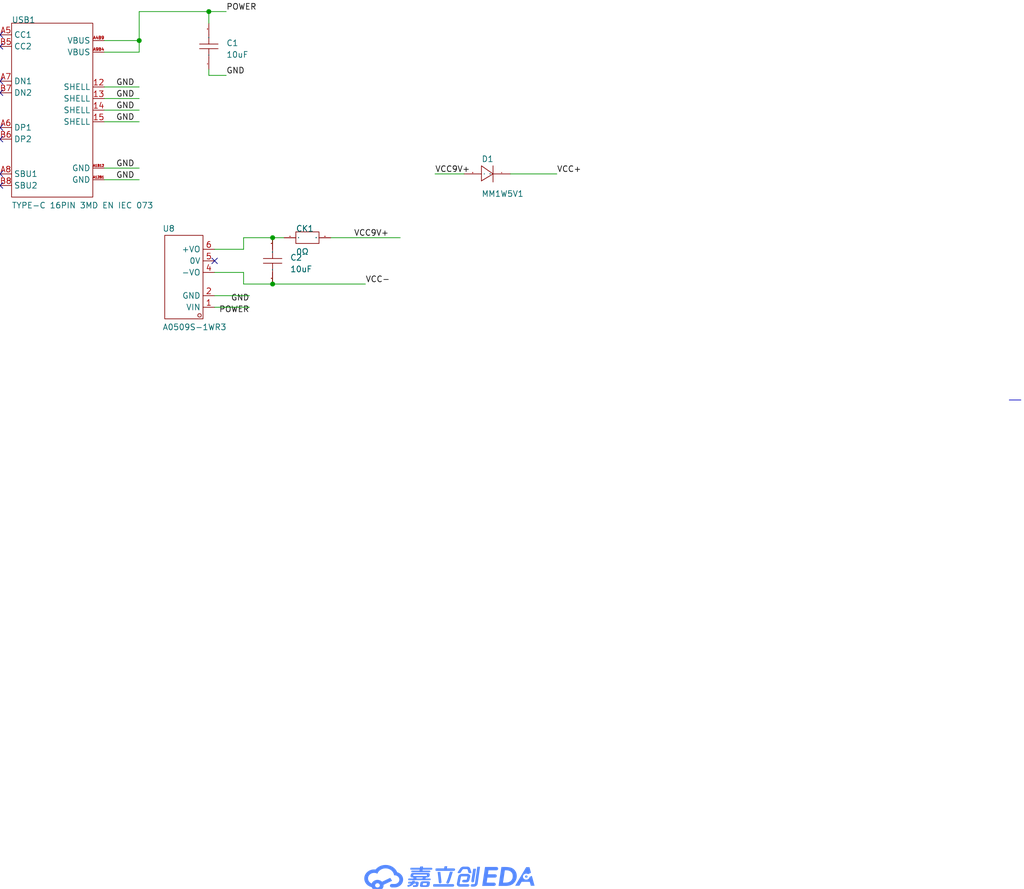
<source format=kicad_sch>
(kicad_sch
	(version 20231120)
	(generator "eeschema")
	(generator_version "8.0")
	(uuid "1e1985e1-ca69-4848-a8d4-173e5c963eb6")
	(paper "User" 224.206 194.742)
	(lib_symbols
		(symbol "Signal-blo-easyedapro:0Ω"
			(exclude_from_sim no)
			(in_bom yes)
			(on_board yes)
			(property "Reference" "U"
				(at 0 0 0)
				(effects
					(font
						(size 1.27 1.27)
					)
				)
			)
			(property "Value" ""
				(at 0 0 0)
				(effects
					(font
						(size 1.27 1.27)
					)
				)
			)
			(property "Footprint" "Signal-blo-easyedapro:R0603"
				(at 0 0 0)
				(effects
					(font
						(size 1.27 1.27)
					)
					(hide yes)
				)
			)
			(property "Datasheet" ""
				(at 0 0 0)
				(effects
					(font
						(size 1.27 1.27)
					)
					(hide yes)
				)
			)
			(property "Description" ""
				(at 0 0 0)
				(effects
					(font
						(size 1.27 1.27)
					)
					(hide yes)
				)
			)
			(property "Manufacturer Part" "0Ω"
				(at 0 0 0)
				(effects
					(font
						(size 1.27 1.27)
					)
					(hide yes)
				)
			)
			(property "Supplier Part" "C9900083234"
				(at 0 0 0)
				(effects
					(font
						(size 1.27 1.27)
					)
					(hide yes)
				)
			)
			(property "Supplier" "LCSC"
				(at 0 0 0)
				(effects
					(font
						(size 1.27 1.27)
					)
					(hide yes)
				)
			)
			(property "LCSC Part Name" "0Ω"
				(at 0 0 0)
				(effects
					(font
						(size 1.27 1.27)
					)
					(hide yes)
				)
			)
			(symbol "0Ω_1_0"
				(rectangle
					(start -2.54 -1.27)
					(end 2.54 1.27)
					(stroke
						(width 0)
						(type default)
					)
					(fill
						(type none)
					)
				)
				(pin unspecified line
					(at -5.08 0 0)
					(length 2.54)
					(name "1"
						(effects
							(font
								(size 0.0254 0.0254)
							)
						)
					)
					(number "1"
						(effects
							(font
								(size 0.0254 0.0254)
							)
						)
					)
				)
				(pin unspecified line
					(at 5.08 0 180)
					(length 2.54)
					(name "2"
						(effects
							(font
								(size 0.0254 0.0254)
							)
						)
					)
					(number "2"
						(effects
							(font
								(size 0.0254 0.0254)
							)
						)
					)
				)
			)
		)
		(symbol "Signal-blo-easyedapro:A0509S-1WR3_C5369385"
			(exclude_from_sim no)
			(in_bom yes)
			(on_board yes)
			(property "Reference" "U"
				(at 0 0 0)
				(effects
					(font
						(size 1.27 1.27)
					)
				)
			)
			(property "Value" ""
				(at 0 0 0)
				(effects
					(font
						(size 1.27 1.27)
					)
				)
			)
			(property "Footprint" "Signal-blo-easyedapro:PWRM-TH_A05XXS-1WR3"
				(at 0 0 0)
				(effects
					(font
						(size 1.27 1.27)
					)
					(hide yes)
				)
			)
			(property "Datasheet" "https://atta.szlcsc.com/upload/public/pdf/source/20230712/CE7059F6A87E500D281D8B0F754C5B41.pdf"
				(at 0 0 0)
				(effects
					(font
						(size 1.27 1.27)
					)
					(hide yes)
				)
			)
			(property "Description" "A0509S-1WR3 ---是小体积，高效率的微小功率，定电压输入，隔离非稳压正负双路输出，DC/DC 模块电源；该产品是专门针对板上电源系统中需要产生一组与输入电源隔离的电压的应用场合而设计的。该产品适用于：●输入电源的电压比较稳定（电压变化范围±10%Vin）；●输入输出之间要求隔离（隔离电压≤1500VDC）；●对输出电压稳定度要求不高的场合。；●典型应用：纯数字电路场合，一般低频模拟电路场合，继电器驱动电路，数据交换电路场合等;"
				(at 0 0 0)
				(effects
					(font
						(size 1.27 1.27)
					)
					(hide yes)
				)
			)
			(property "Manufacturer Part" "A0509S-1WR3"
				(at 0 0 0)
				(effects
					(font
						(size 1.27 1.27)
					)
					(hide yes)
				)
			)
			(property "Manufacturer" "YLPTEC(易川)"
				(at 0 0 0)
				(effects
					(font
						(size 1.27 1.27)
					)
					(hide yes)
				)
			)
			(property "Supplier Part" "C5369385"
				(at 0 0 0)
				(effects
					(font
						(size 1.27 1.27)
					)
					(hide yes)
				)
			)
			(property "Supplier" "LCSC"
				(at 0 0 0)
				(effects
					(font
						(size 1.27 1.27)
					)
					(hide yes)
				)
			)
			(property "LCSC Part Name" "A0509S-1WR3"
				(at 0 0 0)
				(effects
					(font
						(size 1.27 1.27)
					)
					(hide yes)
				)
			)
			(symbol "A0509S-1WR3_C5369385_1_0"
				(rectangle
					(start -2.54 -10.668)
					(end 5.842 7.62)
					(stroke
						(width 0)
						(type default)
					)
					(fill
						(type none)
					)
				)
				(circle
					(center -1.778 6.858)
					(radius 0.381)
					(stroke
						(width 0)
						(type default)
					)
					(fill
						(type none)
					)
				)
				(pin unspecified line
					(at -5.08 5.08 0)
					(length 2.54)
					(name "VIN"
						(effects
							(font
								(size 1.27 1.27)
							)
						)
					)
					(number "1"
						(effects
							(font
								(size 1.27 1.27)
							)
						)
					)
				)
				(pin unspecified line
					(at -5.08 2.54 0)
					(length 2.54)
					(name "GND"
						(effects
							(font
								(size 1.27 1.27)
							)
						)
					)
					(number "2"
						(effects
							(font
								(size 1.27 1.27)
							)
						)
					)
				)
				(pin unspecified line
					(at -5.08 -2.54 0)
					(length 2.54)
					(name "-VO"
						(effects
							(font
								(size 1.27 1.27)
							)
						)
					)
					(number "4"
						(effects
							(font
								(size 1.27 1.27)
							)
						)
					)
				)
				(pin unspecified line
					(at -5.08 -5.08 0)
					(length 2.54)
					(name "0V"
						(effects
							(font
								(size 1.27 1.27)
							)
						)
					)
					(number "5"
						(effects
							(font
								(size 1.27 1.27)
							)
						)
					)
				)
				(pin unspecified line
					(at -5.08 -7.62 0)
					(length 2.54)
					(name "+VO"
						(effects
							(font
								(size 1.27 1.27)
							)
						)
					)
					(number "6"
						(effects
							(font
								(size 1.27 1.27)
							)
						)
					)
				)
			)
		)
		(symbol "Signal-blo-easyedapro:Drawing-Symbol_A4"
			(exclude_from_sim no)
			(in_bom yes)
			(on_board yes)
			(property "Reference" ""
				(at 0 0 0)
				(effects
					(font
						(size 1.27 1.27)
					)
				)
			)
			(property "Value" ""
				(at 0 0 0)
				(effects
					(font
						(size 1.27 1.27)
					)
				)
			)
			(property "Footprint" "Signal-blo-easyedapro:"
				(at 0 0 0)
				(effects
					(font
						(size 1.27 1.27)
					)
					(hide yes)
				)
			)
			(property "Datasheet" ""
				(at 0 0 0)
				(effects
					(font
						(size 1.27 1.27)
					)
					(hide yes)
				)
			)
			(property "Description" ""
				(at 0 0 0)
				(effects
					(font
						(size 1.27 1.27)
					)
					(hide yes)
				)
			)
			(symbol "Drawing-Symbol_A4_0_0"
				(polyline
					(pts
						(xy 146.9783 10.146) (xy 146.976 10.1327) (xy 146.973 10.1197) (xy 146.9695 10.1069) (xy 146.9653 10.0944)
						(xy 146.9605 10.082) (xy 146.9552 10.07) (xy 146.9493 10.0583) (xy 146.9428 10.0468) (xy 146.9358 10.0356)
						(xy 146.9283 10.0248) (xy 146.9203 10.0143) (xy 146.9118 10.0042) (xy 146.9029 9.9944) (xy 146.8935 9.985)
						(xy 146.8836 9.976) (xy 146.8733 9.9673) (xy 146.8627 9.9591) (xy 146.8516 9.9514) (xy 146.8402 9.9441)
						(xy 146.8284 9.9372) (xy 146.8163 9.9308) (xy 146.8038 9.9249) (xy 146.7911 9.9195) (xy 146.778 9.9146)
						(xy 146.7647 9.9102) (xy 146.7511 9.9064) (xy 146.7373 9.9031) (xy 146.7233 9.9004) (xy 146.709 9.8983)
						(xy 146.6945 9.8967) (xy 146.6799 9.8958) (xy 146.6651 9.8955) (xy 146.6547 9.8955) (xy 146.6398 9.8959)
						(xy 146.625 9.897) (xy 146.6102 9.899) (xy 146.5956 9.9016) (xy 146.5811 9.905) (xy 146.5668 9.9091)
						(xy 146.5528 9.9138) (xy 146.5391 9.9192) (xy 146.5256 9.9252) (xy 146.5125 9.9318) (xy 146.4999 9.939)
						(xy 146.4876 9.9467) (xy 146.4758 9.955) (xy 146.4646 9.9638) (xy 146.4539 9.973) (xy 146.4438 9.9828)
						(xy 146.434 9.9933) (xy 146.4249 10.0043) (xy 146.4166 10.0158) (xy 146.4089 10.0275) (xy 146.402 10.0397)
						(xy 146.3958 10.0521) (xy 146.3904 10.0648) (xy 146.3856 10.0777) (xy 146.3816 10.0907) (xy 146.3782 10.1039)
						(xy 146.3756 10.1173) (xy 146.3736 10.1306) (xy 146.3724 10.144) (xy 146.3718 10.1574) (xy 146.372 10.1707)
						(xy 146.3728 10.1839) (xy 146.7925 12.8714) (xy 147.4021 12.8714) (xy 146.9783 10.146)
					)
					(stroke
						(width -0.0001)
						(type solid)
					)
					(fill
						(type color)
						(color 85 136 255 1)
					)
				)
				(polyline
					(pts
						(xy 142.3185 12.2147) (xy 142.3164 12.209) (xy 142.2175 11.9012) (xy 142.1192 11.5812) (xy 141.9194 10.9313)
						(xy 141.8159 10.6145) (xy 141.7083 10.3119) (xy 141.5958 10.0302) (xy 141.5373 9.8992) (xy 141.4771 9.7759)
						(xy 141.4663 9.7575) (xy 141.4542 9.7399) (xy 141.4409 9.7233) (xy 141.4266 9.7077) (xy 141.4112 9.693)
						(xy 141.3948 9.6794) (xy 141.3775 9.667) (xy 141.3594 9.6556) (xy 141.3405 9.6454) (xy 141.321 9.6365)
						(xy 141.3008 9.6288) (xy 141.2801 9.6224) (xy 141.2589 9.6174) (xy 141.2373 9.6137) (xy 141.2154 9.6115)
						(xy 141.1932 9.6108) (xy 141.1838 9.6109) (xy 141.1744 9.6115) (xy 141.165 9.6123) (xy 141.1556 9.6134)
						(xy 141.1462 9.6148) (xy 141.1368 9.6164) (xy 141.1274 9.6182) (xy 141.118 9.6203) (xy 141.0867 9.6279)
						(xy 141.0732 9.6328) (xy 141.0602 9.6382) (xy 141.0476 9.6442) (xy 141.0355 9.6508) (xy 141.0239 9.6578)
						(xy 141.0127 9.6653) (xy 141.0021 9.6733) (xy 140.992 9.6817) (xy 140.9823 9.6905) (xy 140.9732 9.6998)
						(xy 140.9647 9.7094) (xy 140.9566 9.7194) (xy 140.9492 9.7297) (xy 140.9422 9.7404) (xy 140.9359 9.7514)
						(xy 140.9301 9.7626) (xy 140.9242 9.7755) (xy 140.9192 9.7886) (xy 140.9148 9.8019) (xy 140.9113 9.8153)
						(xy 140.9086 9.8289) (xy 140.9066 9.8425) (xy 140.9055 9.8561) (xy 140.9051 9.8698) (xy 140.9055 9.8835)
						(xy 140.9066 9.8972) (xy 140.9086 9.9108) (xy 140.9113 9.9243) (xy 140.9148 9.9378) (xy 140.9192 9.951)
						(xy 140.9242 9.9642) (xy 140.9301 9.9771) (xy 140.9842 10.088) (xy 141.0368 10.2068) (xy 141.1382 10.4644)
						(xy 141.2355 10.7434) (xy 141.3297 11.0373) (xy 141.5129 11.6433) (xy 141.604 11.9423) (xy 141.6963 12.2299)
						(xy 142.3226 12.2299) (xy 142.3185 12.2147)
					)
					(stroke
						(width -0.0001)
						(type solid)
					)
					(fill
						(type color)
						(color 85 136 255 1)
					)
				)
				(polyline
					(pts
						(xy 139.8445 9.9733) (xy 139.8455 9.9609) (xy 139.8459 9.9485) (xy 139.8456 9.9362) (xy 139.8447 9.9241)
						(xy 139.8432 9.912) (xy 139.841 9.9001) (xy 139.8383 9.8883) (xy 139.835 9.8766) (xy 139.8311 9.8652)
						(xy 139.8266 9.8539) (xy 139.8216 9.8428) (xy 139.816 9.8319) (xy 139.8099 9.8213) (xy 139.8033 9.8109)
						(xy 139.7962 9.8007) (xy 139.7886 9.7908) (xy 139.7806 9.7812) (xy 139.7721 9.7719) (xy 139.7631 9.763)
						(xy 139.7536 9.7543) (xy 139.7438 9.746) (xy 139.7335 9.738) (xy 139.7229 9.7304) (xy 139.7118 9.7232)
						(xy 139.7004 9.7164) (xy 139.6885 9.71) (xy 139.6764 9.704) (xy 139.6639 9.6985) (xy 139.651 9.6934)
						(xy 139.6379 9.6888) (xy 139.6244 9.6846) (xy 139.6107 9.681) (xy 139.6044 9.6791) (xy 139.5966 9.6778)
						(xy 139.5888 9.6766) (xy 139.5809 9.6756) (xy 139.5731 9.6748) (xy 139.5653 9.6742) (xy 139.5574 9.6738)
						(xy 139.5496 9.6735) (xy 139.5418 9.6734) (xy 139.5287 9.6736) (xy 139.5159 9.6744) (xy 139.5032 9.6756)
						(xy 139.4907 9.6772) (xy 139.4784 9.6794) (xy 139.4664 9.6819) (xy 139.4546 9.6849) (xy 139.443 9.6884)
						(xy 139.4316 9.6922) (xy 139.4206 9.6965) (xy 139.4098 9.7012) (xy 139.3993 9.7063) (xy 139.3891 9.7118)
						(xy 139.3792 9.7177) (xy 139.3696 9.724) (xy 139.3604 9.7306) (xy 139.3515 9.7376) (xy 139.343 9.7449)
						(xy 139.3349 9.7526) (xy 139.3271 9.7606) (xy 139.3197 9.769) (xy 139.3128 9.7776) (xy 139.3063 9.7866)
						(xy 139.3002 9.7959) (xy 139.2945 9.8055) (xy 139.2893 9.8154) (xy 139.2846 9.8255) (xy 139.2803 9.836)
						(xy 139.2765 9.8467) (xy 139.2733 9.8576) (xy 139.2705 9.8688) (xy 139.2683 9.8803) (xy 139.2683 9.8898)
						(xy 139.0011 12.1844) (xy 139.0011 12.1863) (xy 139.5919 12.1863) (xy 139.8445 9.9733)
					)
					(stroke
						(width -0.0001)
						(type solid)
					)
					(fill
						(type color)
						(color 85 136 255 1)
					)
				)
				(polyline
					(pts
						(xy 142.3562 9.5079) (xy 142.3709 9.5068) (xy 142.3853 9.505) (xy 142.3996 9.5024) (xy 142.4136 9.4992)
						(xy 142.4275 9.4953) (xy 142.4411 9.4907) (xy 142.4544 9.4855) (xy 142.4675 9.4797) (xy 142.4803 9.4733)
						(xy 142.4928 9.4662) (xy 142.5049 9.4586) (xy 142.5168 9.4505) (xy 142.5283 9.4418) (xy 142.5394 9.4326)
						(xy 142.5502 9.4229) (xy 142.5597 9.4123) (xy 142.5685 9.4014) (xy 142.5766 9.39) (xy 142.5841 9.3783)
						(xy 142.5909 9.3662) (xy 142.597 9.3538) (xy 142.6024 9.3412) (xy 142.6071 9.3282) (xy 142.611 9.315)
						(xy 142.6142 9.3016) (xy 142.6166 9.288) (xy 142.6183 9.2742) (xy 142.6192 9.2603) (xy 142.6193 9.2462)
						(xy 142.6185 9.2321) (xy 142.617 9.2179) (xy 142.6149 9.2046) (xy 142.6126 9.1915) (xy 142.6097 9.1787)
						(xy 142.6061 9.166) (xy 142.6019 9.1535) (xy 142.5971 9.1413) (xy 142.5917 9.1293) (xy 142.5858 9.1176)
						(xy 142.5793 9.1062) (xy 142.5722 9.0951) (xy 142.5647 9.0843) (xy 142.5567 9.0738) (xy 142.5482 9.0636)
						(xy 142.5392 9.0538) (xy 142.5298 9.0444) (xy 142.52 9.0353) (xy 142.5097 9.0267) (xy 142.4991 9.0184)
						(xy 142.4882 9.0106) (xy 142.4768 9.0032) (xy 142.4652 8.9963) (xy 142.4532 8.9899) (xy 142.4409 8.9839)
						(xy 142.4284 8.9784) (xy 142.4156 8.9735) (xy 142.4025 8.9691) (xy 142.3892 8.9652) (xy 142.3758 8.9618)
						(xy 142.3621 8.9591) (xy 142.3483 8.9569) (xy 142.3343 8.9554) (xy 142.3202 8.9544) (xy 142.3059 8.9541)
						(xy 138.1576 8.9541) (xy 138.1502 8.9543) (xy 138.143 8.9548) (xy 138.1358 8.9556) (xy 138.1288 8.9567)
						(xy 138.122 8.9582) (xy 138.1152 8.96) (xy 138.1087 8.962) (xy 138.1023 8.9643) (xy 138.0961 8.9669)
						(xy 138.09 8.9698) (xy 138.0842 8.9729) (xy 138.0785 8.9763) (xy 138.073 8.9799) (xy 138.0678 8.9837)
						(xy 138.0627 8.9878) (xy 138.0579 8.992) (xy 138.0533 8.9965) (xy 138.049 9.0012) (xy 138.0449 9.006)
						(xy 138.0411 9.011) (xy 138.0375 9.0162) (xy 138.0342 9.0215) (xy 138.0312 9.0269) (xy 138.0284 9.0326)
						(xy 138.026 9.0383) (xy 138.0238 9.0441) (xy 138.022 9.0501) (xy 138.0205 9.0562) (xy 138.0193 9.0623)
						(xy 138.0184 9.0686) (xy 138.0179 9.0749) (xy 138.0177 9.0812) (xy 138.0177 9.0831) (xy 138.0156 9.0831)
						(xy 138.0595 9.5083) (xy 142.3414 9.5083) (xy 142.3562 9.5079)
					)
					(stroke
						(width -0.0001)
						(type solid)
					)
					(fill
						(type color)
						(color 85 136 255 1)
					)
				)
				(polyline
					(pts
						(xy 159.4399 12.0041) (xy 158.8178 11.6928) (xy 158.7955 11.7067) (xy 158.7727 11.7197) (xy 158.7492 11.732)
						(xy 158.7252 11.7435) (xy 158.7007 11.7542) (xy 158.6757 11.764) (xy 158.6501 11.773) (xy 158.6241 11.7811)
						(xy 158.5977 11.7883) (xy 158.5708 11.7946) (xy 158.5436 11.7999) (xy 158.5159 11.8044) (xy 158.488 11.8078)
						(xy 158.4597 11.8103) (xy 158.4311 11.8119) (xy 158.4023 11.8124) (xy 158.3649 11.8115) (xy 158.3281 11.809)
						(xy 158.2917 11.8048) (xy 158.256 11.7989) (xy 158.2209 11.7916) (xy 158.1864 11.7826) (xy 158.1527 11.7723)
						(xy 158.1197 11.7604) (xy 158.0875 11.7472) (xy 158.0562 11.7326) (xy 158.0257 11.7167) (xy 157.9963 11.6995)
						(xy 157.9678 11.681) (xy 157.9403 11.6614) (xy 157.914 11.6407) (xy 157.8887 11.6188) (xy 157.8647 11.5958)
						(xy 157.8418 11.5719) (xy 157.8202 11.5469) (xy 157.8 11.521) (xy 157.781 11.4942) (xy 157.7635 11.4666)
						(xy 157.7475 11.4381) (xy 157.7329 11.4088) (xy 157.7199 11.3788) (xy 157.7085 11.3482) (xy 157.6987 11.3168)
						(xy 157.6905 11.2849) (xy 157.6842 11.2524) (xy 157.6795 11.2194) (xy 157.6767 11.1858) (xy 157.6758 11.1519)
						(xy 157.6767 11.1179) (xy 157.6795 11.0844) (xy 157.6842 11.0514) (xy 157.6905 11.0189) (xy 157.6987 10.987)
						(xy 157.7085 10.9556) (xy 157.7199 10.9249) (xy 157.7329 10.895) (xy 157.7475 10.8657) (xy 157.7635 10.8372)
						(xy 157.781 10.8096) (xy 157.8 10.7828) (xy 157.8202 10.7569) (xy 157.8418 10.7319) (xy 157.8647 10.7079)
						(xy 157.8887 10.685) (xy 157.914 10.6631) (xy 157.9403 10.6424) (xy 157.9678 10.6227) (xy 157.9963 10.6043)
						(xy 158.0257 10.5871) (xy 158.0562 10.5712) (xy 158.0875 10.5566) (xy 158.1197 10.5434) (xy 158.1527 10.5315)
						(xy 158.1864 10.5211) (xy 158.2209 10.5122) (xy 158.256 10.5048) (xy 158.2917 10.499) (xy 158.3281 10.4948)
						(xy 158.3649 10.4923) (xy 158.4023 10.4914) (xy 158.4371 10.4922) (xy 158.4715 10.4944) (xy 158.5055 10.4981)
						(xy 158.5389 10.5031) (xy 158.5718 10.5096) (xy 158.6042 10.5174) (xy 158.6359 10.5265) (xy 158.6669 10.5369)
						(xy 158.6973 10.5485) (xy 158.727 10.5613) (xy 158.7559 10.5753) (xy 158.7841 10.5904) (xy 158.8114 10.6066)
						(xy 158.8378 10.6239) (xy 158.8634 10.6422) (xy 158.888 10.6615) (xy 158.9116 10.6818) (xy 158.9342 10.703)
						(xy 158.9558 10.7251) (xy 158.9763 10.748) (xy 158.9957 10.7718) (xy 159.0139 10.7964) (xy 159.0309 10.8217)
						(xy 159.0467 10.8477) (xy 159.0613 10.8744) (xy 159.0745 10.9018) (xy 159.0864 10.9298) (xy 159.097 10.9584)
						(xy 159.1061 10.9875) (xy 159.1138 11.0172) (xy 159.12 11.0473) (xy 159.1247 11.0779) (xy 159.6257 11.3284)
						(xy 160.2249 9.1534) (xy 159.4065 9.1534) (xy 159.1685 10.0207) (xy 157.3877 10.0207) (xy 156.8783 9.1534)
						(xy 155.9701 9.1534) (xy 158.394 13.232) (xy 159.1038 13.232) (xy 159.4399 12.0041)
					)
					(stroke
						(width -0.0001)
						(type solid)
					)
					(fill
						(type color)
						(color 85 136 255 1)
					)
				)
				(polyline
					(pts
						(xy 158.4338 11.4201) (xy 158.4481 11.419) (xy 158.4622 11.4172) (xy 158.476 11.4148) (xy 158.4896 11.4118)
						(xy 158.5029 11.4082) (xy 158.516 11.4041) (xy 158.5287 11.3994) (xy 158.5412 11.3941) (xy 158.5532 11.3883)
						(xy 158.565 11.3821) (xy 158.5763 11.3753) (xy 158.5873 11.368) (xy 158.5979 11.3603) (xy 158.608 11.3522)
						(xy 158.6177 11.3436) (xy 158.6269 11.3346) (xy 158.6357 11.3252) (xy 158.6439 11.3155) (xy 158.6516 11.3053)
						(xy 158.6589 11.2949) (xy 158.6655 11.2841) (xy 158.6716 11.273) (xy 158.6771 11.2616) (xy 158.682 11.2499)
						(xy 158.6863 11.2379) (xy 158.69 11.2258) (xy 158.693 11.2133) (xy 158.6953 11.2007) (xy 158.6969 11.1878)
						(xy 158.6979 11.1748) (xy 158.6981 11.1616) (xy 158.6976 11.1485) (xy 158.6963 11.1355) (xy 158.6944 11.1227)
						(xy 158.6918 11.1101) (xy 158.6885 11.0977) (xy 158.6845 11.0856) (xy 158.68 11.0737) (xy 158.6748 11.0621)
						(xy 158.669 11.0508) (xy 158.6627 11.0398) (xy 158.6557 11.0292) (xy 158.6483 11.0189) (xy 158.6403 11.0089)
						(xy 158.6318 10.9993) (xy 158.6229 10.9901) (xy 158.6134 10.9813) (xy 158.6035 10.9729) (xy 158.5932 10.9649)
						(xy 158.5825 10.9574) (xy 158.5714 10.9504) (xy 158.5598 10.9438) (xy 158.548 10.9378) (xy 158.5358 10.9322)
						(xy 158.5232 10.9272) (xy 158.5104 10.9228) (xy 158.4972 10.9189) (xy 158.4838 10.9156) (xy 158.4701 10.9128)
						(xy 158.4562 10.9107) (xy 158.4421 10.9092) (xy 158.4278 10.9084) (xy 158.4133 10.9082) (xy 158.3988 10.9086)
						(xy 158.3845 10.9098) (xy 158.3704 10.9115) (xy 158.3565 10.9139) (xy 158.3429 10.9169) (xy 158.3296 10.9205)
						(xy 158.3166 10.9247) (xy 158.3038 10.9294) (xy 158.2914 10.9346) (xy 158.2793 10.9404) (xy 158.2676 10.9467)
						(xy 158.2562 10.9534) (xy 158.2453 10.9607) (xy 158.2347 10.9684) (xy 158.2246 10.9766) (xy 158.2149 10.9851)
						(xy 158.2057 10.9941) (xy 158.1969 11.0035) (xy 158.1887 11.0133) (xy 158.1809 11.0234) (xy 158.1737 11.0338)
						(xy 158.1671 11.0446) (xy 158.161 11.0557) (xy 158.1554 11.0672) (xy 158.1505 11.0788) (xy 158.1462 11.0908)
						(xy 158.1426 11.103) (xy 158.1396 11.1154) (xy 158.1373 11.128) (xy 158.1356 11.1409) (xy 158.1347 11.1539)
						(xy 158.1345 11.1671) (xy 158.135 11.1803) (xy 158.1362 11.1933) (xy 158.1382 11.2061) (xy 158.1408 11.2187)
						(xy 158.1441 11.231) (xy 158.148 11.2432) (xy 158.1526 11.255) (xy 158.1578 11.2666) (xy 158.1636 11.2779)
						(xy 158.1699 11.2889) (xy 158.1768 11.2995) (xy 158.1843 11.3099) (xy 158.1922 11.3198) (xy 158.2007 11.3294)
						(xy 158.2097 11.3386) (xy 158.2191 11.3474) (xy 158.229 11.3558) (xy 158.2393 11.3638) (xy 158.2501 11.3713)
						(xy 158.2612 11.3783) (xy 158.2727 11.3849) (xy 158.2846 11.3909) (xy 158.2968 11.3965) (xy 158.3093 11.4015)
						(xy 158.3222 11.4059) (xy 158.3353 11.4099) (xy 158.3488 11.4132) (xy 158.3624 11.4159) (xy 158.3763 11.418)
						(xy 158.3905 11.4195) (xy 158.4048 11.4204) (xy 158.4193 11.4206) (xy 158.4338 11.4201)
					)
					(stroke
						(width -0.0001)
						(type solid)
					)
					(fill
						(type color)
						(color 85 136 255 1)
					)
				)
				(polyline
					(pts
						(xy 147.7653 9.6354) (xy 147.7561 9.5831) (xy 147.7432 9.532) (xy 147.7269 9.4824) (xy 147.7072 9.4344)
						(xy 147.6842 9.388) (xy 147.6581 9.3433) (xy 147.6288 9.3005) (xy 147.5965 9.2597) (xy 147.5613 9.2208)
						(xy 147.5233 9.1842) (xy 147.4825 9.1497) (xy 147.4392 9.1177) (xy 147.3933 9.088) (xy 147.3449 9.0609)
						(xy 147.2942 9.0365) (xy 147.2413 9.0148) (xy 147.2236 9.0073) (xy 147.2058 9.0002) (xy 147.1878 8.9937)
						(xy 147.1696 8.9877) (xy 147.1512 8.9822) (xy 147.1326 8.9773) (xy 147.1139 8.9728) (xy 147.0949 8.9688)
						(xy 147.0757 8.9653) (xy 147.0563 8.9623) (xy 147.0366 8.9598) (xy 147.0167 8.9577) (xy 146.9966 8.9561)
						(xy 146.9761 8.955) (xy 146.9554 8.9543) (xy 146.9344 8.9541) (xy 146.519 8.9541) (xy 146.5041 8.9545)
						(xy 146.4893 8.9557) (xy 146.4745 8.9576) (xy 146.4599 8.9603) (xy 146.4454 8.9636) (xy 146.4311 8.9677)
						(xy 146.4171 8.9724) (xy 146.4034 8.9778) (xy 146.3899 8.9838) (xy 146.3768 8.9904) (xy 146.3642 8.9976)
						(xy 146.3519 9.0053) (xy 146.3401 9.0136) (xy 146.3289 9.0224) (xy 146.3182 9.0317) (xy 146.3081 9.0414)
						(xy 146.2986 9.0519) (xy 146.2898 9.0628) (xy 146.2817 9.0741) (xy 146.2742 9.0857) (xy 146.2674 9.0976)
						(xy 146.2613 9.1098) (xy 146.2559 9.1223) (xy 146.2512 9.1351) (xy 146.2473 9.1481) (xy 146.2441 9.1614)
						(xy 146.2416 9.1748) (xy 146.24 9.1885) (xy 146.2391 9.2023) (xy 146.239 9.2162) (xy 146.2397 9.2303)
						(xy 146.2413 9.2445) (xy 146.2434 9.254) (xy 146.2457 9.267) (xy 146.2486 9.2799) (xy 146.2523 9.2926)
						(xy 146.2565 9.305) (xy 146.2613 9.3173) (xy 146.2668 9.3292) (xy 146.2728 9.3409) (xy 146.2794 9.3524)
						(xy 146.2865 9.3635) (xy 146.2941 9.3743) (xy 146.3023 9.3848) (xy 146.3109 9.3949) (xy 146.32 9.4047)
						(xy 146.3295 9.4142) (xy 146.3395 9.4232) (xy 146.3499 9.4319) (xy 146.3606 9.4401) (xy 146.3717 9.448)
						(xy 146.3832 9.4553) (xy 146.3951 9.4622) (xy 146.4072 9.4687) (xy 146.4197 9.4747) (xy 146.4324 9.4801)
						(xy 146.4454 9.4851) (xy 146.4586 9.4895) (xy 146.4721 9.4934) (xy 146.4857 9.4967) (xy 146.4996 9.4995)
						(xy 146.5136 9.5016) (xy 146.5278 9.5032) (xy 146.5421 9.5042) (xy 146.5565 9.5045) (xy 146.972 9.5045)
						(xy 146.9813 9.5047) (xy 146.9903 9.5052) (xy 146.9991 9.5061) (xy 147.0077 9.5074) (xy 147.0162 9.509)
						(xy 147.0244 9.511) (xy 147.0325 9.5134) (xy 147.0404 9.5161) (xy 147.0481 9.5192) (xy 147.0557 9.5227)
						(xy 147.0632 9.5266) (xy 147.0706 9.5309) (xy 147.0779 9.5356) (xy 147.0851 9.5406) (xy 147.0923 9.5461)
						(xy 147.0993 9.5519) (xy 147.1066 9.5591) (xy 147.1135 9.5665) (xy 147.1201 9.574) (xy 147.1263 9.5816)
						(xy 147.1321 9.5894) (xy 147.1376 9.5972) (xy 147.1427 9.6052) (xy 147.1474 9.6131) (xy 147.1517 9.6212)
						(xy 147.1556 9.6292) (xy 147.1591 9.6373) (xy 147.1622 9.6453) (xy 147.1649 9.6534) (xy 147.1671 9.6614)
						(xy 147.1689 9.6693) (xy 147.1703 9.6772) (xy 147.686 13.3098) (xy 148.2893 13.3098) (xy 147.7653 9.6354)
					)
					(stroke
						(width -0.0001)
						(type solid)
					)
					(fill
						(type color)
						(color 85 136 255 1)
					)
				)
				(polyline
					(pts
						(xy 141.0303 12.9587) (xy 142.5439 12.9587) (xy 142.5599 12.9584) (xy 142.5756 12.9573) (xy 142.5911 12.9555)
						(xy 142.6063 12.9531) (xy 142.6212 12.9499) (xy 142.6358 12.946) (xy 142.6501 12.9414) (xy 142.664 12.9362)
						(xy 142.6775 12.9302) (xy 142.6906 12.9236) (xy 142.7032 12.9163) (xy 142.7154 12.9083) (xy 142.7271 12.8996)
						(xy 142.7382 12.8902) (xy 142.7489 12.8802) (xy 142.759 12.8695) (xy 142.7684 12.859) (xy 142.7772 12.8481)
						(xy 142.7852 12.8368) (xy 142.7926 12.8252) (xy 142.7992 12.8133) (xy 142.8051 12.801) (xy 142.8103 12.7884)
						(xy 142.8148 12.7756) (xy 142.8185 12.7625) (xy 142.8216 12.7491) (xy 142.8238 12.7355) (xy 142.8253 12.7217)
						(xy 142.8261 12.7076) (xy 142.826 12.6934) (xy 142.8252 12.6791) (xy 142.8237 12.6645) (xy 142.8237 12.6607)
						(xy 142.8214 12.6477) (xy 142.8185 12.6348) (xy 142.8149 12.6222) (xy 142.8107 12.6098) (xy 142.806 12.5977)
						(xy 142.8006 12.5858) (xy 142.7947 12.5742) (xy 142.7883 12.5629) (xy 142.7813 12.552) (xy 142.7738 12.5413)
						(xy 142.7657 12.531) (xy 142.7573 12.521) (xy 142.7483 12.5113) (xy 142.7389 12.5021) (xy 142.729 12.4932)
						(xy 142.7188 12.4847) (xy 142.7081 12.4766) (xy 142.697 12.469) (xy 142.6856 12.4618) (xy 142.6738 12.4551)
						(xy 142.6617 12.4488) (xy 142.6493 12.443) (xy 142.6365 12.4376) (xy 142.6235 12.4328) (xy 142.6101 12.4285)
						(xy 142.5965 12.4248) (xy 142.5827 12.4215) (xy 142.5687 12.4189) (xy 142.5544 12.4168) (xy 142.54 12.4152)
						(xy 142.5253 12.4143) (xy 142.5105 12.414) (xy 138.6733 12.414) (xy 138.6733 12.4159) (xy 138.6661 12.4163)
						(xy 138.659 12.4169) (xy 138.652 12.4179) (xy 138.6452 12.4191) (xy 138.6385 12.4207) (xy 138.6319 12.4225)
						(xy 138.6254 12.4246) (xy 138.6192 12.427) (xy 138.613 12.4296) (xy 138.6071 12.4325) (xy 138.6013 12.4356)
						(xy 138.5957 12.439) (xy 138.5903 12.4426) (xy 138.5852 12.4464) (xy 138.5802 12.4504) (xy 138.5754 12.4546)
						(xy 138.5709 12.459) (xy 138.5666 12.4636) (xy 138.5625 12.4684) (xy 138.5587 12.4733) (xy 138.5552 12.4784)
						(xy 138.5519 12.4837) (xy 138.5489 12.4891) (xy 138.5462 12.4946) (xy 138.5437 12.5003) (xy 138.5416 12.5061)
						(xy 138.5398 12.512) (xy 138.5382 12.5181) (xy 138.5371 12.5242) (xy 138.5362 12.5304) (xy 138.5357 12.5367)
						(xy 138.5355 12.5431) (xy 138.5355 12.5499) (xy 138.5356 12.5531) (xy 138.5358 12.5561) (xy 138.536 12.5591)
						(xy 138.5362 12.5606) (xy 138.5364 12.562) (xy 138.5366 12.5635) (xy 138.5369 12.5649) (xy 138.5372 12.5663)
						(xy 138.5376 12.5677) (xy 138.5772 12.9568) (xy 140.4228 12.9587) (xy 140.4917 13.325) (xy 140.4926 13.331)
						(xy 140.4938 13.3369) (xy 140.4953 13.3427) (xy 140.4971 13.3484) (xy 140.4991 13.3539) (xy 140.5014 13.3593)
						(xy 140.5039 13.3646) (xy 140.5067 13.3697) (xy 140.5097 13.3747) (xy 140.513 13.3796) (xy 140.5165 13.3843)
						(xy 140.5201 13.3888) (xy 140.524 13.3932) (xy 140.5281 13.3974) (xy 140.5324 13.4014) (xy 140.5368 13.4052)
						(xy 140.5415 13.4089) (xy 140.5463 13.4123) (xy 140.5513 13.4155) (xy 140.5564 13.4186) (xy 140.5617 13.4214)
						(xy 140.5671 13.424) (xy 140.5726 13.4264) (xy 140.5783 13.4286) (xy 140.5841 13.4305) (xy 140.59 13.4322)
						(xy 140.596 13.4336) (xy 140.6021 13.4348) (xy 140.6083 13.4358) (xy 140.6146 13.4365) (xy 140.621 13.4369)
						(xy 140.6274 13.437) (xy 141.1097 13.437) (xy 141.0303 12.9587)
					)
					(stroke
						(width -0.0001)
						(type solid)
					)
					(fill
						(type color)
						(color 85 136 255 1)
					)
				)
				(polyline
					(pts
						(xy 133.9675 10.0549) (xy 134.4623 10.0549) (xy 134.4906 10.0545) (xy 134.5177 10.0533) (xy 134.5438 10.0514)
						(xy 134.5687 10.0486) (xy 134.5926 10.0451) (xy 134.6154 10.0408) (xy 134.6372 10.0357) (xy 134.6578 10.0297)
						(xy 134.6774 10.023) (xy 134.6959 10.0155) (xy 134.7134 10.0072) (xy 134.7298 9.998) (xy 134.7451 9.9881)
						(xy 134.7593 9.9773) (xy 134.7725 9.9657) (xy 134.7846 9.9533) (xy 134.7957 9.9401) (xy 134.8057 9.9261)
						(xy 134.8147 9.9112) (xy 134.8226 9.8955) (xy 134.8294 9.8789) (xy 134.8352 9.8616) (xy 134.84 9.8433)
						(xy 134.8437 9.8243) (xy 134.8464 9.8044) (xy 134.848 9.7836) (xy 134.8486 9.762) (xy 134.8482 9.7396)
						(xy 134.8467 9.7162) (xy 134.8442 9.6921) (xy 134.8406 9.667) (xy 134.836 9.6411) (xy 134.7692 9.2881)
						(xy 134.7663 9.2625) (xy 134.7626 9.2379) (xy 134.758 9.2143) (xy 134.7527 9.1918) (xy 134.7465 9.1702)
						(xy 134.7394 9.1496) (xy 134.7315 9.1299) (xy 134.7228 9.1112) (xy 134.7131 9.0934) (xy 134.7026 9.0765)
						(xy 134.6912 9.0605) (xy 134.6788 9.0454) (xy 134.6655 9.0311) (xy 134.6513 9.0177) (xy 134.6361 9.0051)
						(xy 134.62 8.9932) (xy 134.6028 8.9822) (xy 134.5847 8.9719) (xy 134.5656 8.9624) (xy 134.5455 8.9536)
						(xy 134.5243 8.9455) (xy 134.5021 8.9381) (xy 134.4788 8.9314) (xy 134.4545 8.9254) (xy 134.4291 8.92)
						(xy 134.4026 8.9153) (xy 134.3463 8.9076) (xy 134.2856 8.9022) (xy 134.2202 8.899) (xy 133.5938 8.899)
						(xy 133.5938 9.2634) (xy 133.9822 9.2634) (xy 134.0112 9.264) (xy 134.0381 9.2657) (xy 134.063 9.2685)
						(xy 134.086 9.2723) (xy 134.107 9.2771) (xy 134.1262 9.2829) (xy 134.1438 9.2896) (xy 134.1596 9.2971)
						(xy 134.1739 9.3056) (xy 134.1867 9.3148) (xy 134.1981 9.3248) (xy 134.2082 9.3355) (xy 134.2171 9.3469)
						(xy 134.2247 9.359) (xy 134.2313 9.3717) (xy 134.2369 9.3849) (xy 134.264 9.495) (xy 134.2663 9.5039)
						(xy 134.268 9.5126) (xy 134.2692 9.521) (xy 134.2698 9.5291) (xy 134.2698 9.5369) (xy 134.2694 9.5444)
						(xy 134.2683 9.5517) (xy 134.2667 9.5587) (xy 134.2646 9.5654) (xy 134.2619 9.5718) (xy 134.2587 9.5779)
						(xy 134.2549 9.5838) (xy 134.2506 9.5893) (xy 134.2457 9.5946) (xy 134.2402 9.5996) (xy 134.2343 9.6044)
						(xy 134.2277 9.6088) (xy 134.2206 9.613) (xy 134.213 9.6168) (xy 134.2048 9.6204) (xy 134.1961 9.6237)
						(xy 134.1868 9.6267) (xy 134.1769 9.6295) (xy 134.1665 9.6319) (xy 134.1556 9.6341) (xy 134.1441 9.6359)
						(xy 134.1321 9.6375) (xy 134.1195 9.6388) (xy 134.1063 9.6398) (xy 134.0926 9.6406) (xy 134.0784 9.641)
						(xy 134.0636 9.6411) (xy 133.7964 9.6411) (xy 133.747 9.5746) (xy 133.6944 9.5116) (xy 133.6383 9.4519)
						(xy 133.5785 9.3953) (xy 133.5148 9.3416) (xy 133.4471 9.2906) (xy 133.375 9.2422) (xy 133.2984 9.1961)
						(xy 133.2172 9.1521) (xy 133.131 9.11) (xy 133.0398 9.0698) (xy 132.9432 9.031) (xy 132.8411 8.9936)
						(xy 132.7334 8.9574) (xy 132.6197 8.9221) (xy 132.4999 8.8877) (xy 132.3391 9.2521) (xy 132.4883 9.2951)
						(xy 132.6174 9.3348) (xy 132.6756 9.3541) (xy 132.7302 9.3734) (xy 132.7817 9.393) (xy 132.8305 9.4131)
						(xy 132.8772 9.4342) (xy 132.9221 9.4564) (xy 132.9658 9.48) (xy 133.0088 9.5053) (xy 133.0515 9.5327)
						(xy 133.0943 9.5624) (xy 133.1379 9.5946) (xy 133.1826 9.6297) (xy 132.5416 9.6297) (xy 132.6084 10.0435)
						(xy 133.3976 10.0435) (xy 133.3977 10.0461) (xy 133.3982 10.0495) (xy 133.3989 10.0537) (xy 133.4 10.0587)
						(xy 133.403 10.0709) (xy 133.4073 10.0857) (xy 133.4099 10.094) (xy 133.4128 10.1028) (xy 133.416 10.1122)
						(xy 133.4196 10.122) (xy 133.4235 10.1322) (xy 133.4278 10.1428) (xy 133.4323 10.1537) (xy 133.4373 10.165)
						(xy 133.4386 10.1696) (xy 133.4401 10.1741) (xy 133.4419 10.1785) (xy 133.4438 10.1828) (xy 133.446 10.187)
						(xy 133.4484 10.1912) (xy 133.451 10.1952) (xy 133.4538 10.1991) (xy 133.4568 10.2029) (xy 133.46 10.2066)
						(xy 133.4633 10.2102) (xy 133.4668 10.2137) (xy 133.4704 10.217) (xy 133.4742 10.2202) (xy 133.4781 10.2233)
						(xy 133.4822 10.2262) (xy 133.4863 10.2289) (xy 133.4906 10.2316) (xy 133.495 10.234) (xy 133.4995 10.2364)
						(xy 133.5041 10.2385) (xy 133.5087 10.2405) (xy 133.5135 10.2423) (xy 133.5183 10.244) (xy 133.5232 10.2454)
						(xy 133.5281 10.2467) (xy 133.5331 10.2478) (xy 133.5381 10.2487) (xy 133.5431 10.2494) (xy 133.5482 10.25)
						(xy 133.5533 10.2503) (xy 133.5584 10.2504) (xy 134.026 10.2504) (xy 133.9675 10.0549)
					)
					(stroke
						(width -0.0001)
						(type solid)
					)
					(fill
						(type color)
						(color 85 136 255 1)
					)
				)
				(polyline
					(pts
						(xy 153.8138 13.2729) (xy 153.9352 13.2704) (xy 154.0526 13.2662) (xy 154.1658 13.2602) (xy 154.275 13.2526)
						(xy 154.38 13.2433) (xy 154.481 13.2322) (xy 154.5778 13.2195) (xy 154.6706 13.205) (xy 154.7593 13.1888)
						(xy 154.844 13.1709) (xy 154.9245 13.1513) (xy 155.001 13.1299) (xy 155.0734 13.1069) (xy 155.1417 13.0821)
						(xy 155.206 13.0555) (xy 155.2675 13.0271) (xy 155.3276 12.9968) (xy 155.3863 12.9645) (xy 155.4435 12.9303)
						(xy 155.4993 12.894) (xy 155.5537 12.8559) (xy 155.6066 12.8158) (xy 155.658 12.7737) (xy 155.7079 12.7296)
						(xy 155.7564 12.6836) (xy 155.8034 12.6357) (xy 155.8489 12.5858) (xy 155.893 12.5339) (xy 155.9355 12.4801)
						(xy 155.9765 12.4243) (xy 156.016 12.3666) (xy 156.0536 12.3073) (xy 156.0887 12.2469) (xy 156.1215 12.1854)
						(xy 156.1518 12.1228) (xy 156.1798 12.059) (xy 156.2053 11.9941) (xy 156.2284 11.9281) (xy 156.2491 11.861)
						(xy 156.2673 11.7927) (xy 156.2832 11.7233) (xy 156.2966 11.6528) (xy 156.3076 11.5811) (xy 156.3161 11.5083)
						(xy 156.3222 11.4343) (xy 156.3259 11.3591) (xy 156.3271 11.2828) (xy 156.3258 11.2049) (xy 156.322 11.1277)
						(xy 156.3156 11.0512) (xy 156.3066 10.9754) (xy 156.2951 10.9004) (xy 156.281 10.826) (xy 156.2642 10.7524)
						(xy 156.2449 10.6795) (xy 156.2229 10.6074) (xy 156.1983 10.536) (xy 156.1711 10.4653) (xy 156.1413 10.3954)
						(xy 156.1087 10.3262) (xy 156.0735 10.2578) (xy 156.0357 10.1901) (xy 155.9952 10.1232) (xy 155.9533 10.0585)
						(xy 155.9101 9.996) (xy 155.8655 9.9357) (xy 155.8195 9.8777) (xy 155.772 9.8218) (xy 155.7232 9.7682)
						(xy 155.673 9.7169) (xy 155.6214 9.6677) (xy 155.5685 9.6208) (xy 155.5142 9.5761) (xy 155.4585 9.5336)
						(xy 155.4015 9.4933) (xy 155.3432 9.4553) (xy 155.2835 9.4195) (xy 155.2224 9.3859) (xy 155.1601 9.3545)
						(xy 155.0955 9.3252) (xy 155.0279 9.2978) (xy 154.9573 9.2722) (xy 154.8837 9.2485) (xy 154.807 9.2267)
						(xy 154.7272 9.2068) (xy 154.6444 9.1887) (xy 154.5585 9.1726) (xy 154.4696 9.1583) (xy 154.3776 9.1459)
						(xy 154.2826 9.1355) (xy 154.1845 9.1269) (xy 154.0833 9.1202) (xy 153.979 9.1154) (xy 153.8717 9.1126)
						(xy 153.7613 9.1116) (xy 152.3375 9.1116) (xy 152.4471 9.8404) (xy 153.3124 9.8404) (xy 153.5964 9.8404)
						(xy 153.7543 9.8421) (xy 153.9009 9.8471) (xy 153.9699 9.8508) (xy 154.0361 9.8552) (xy 154.0995 9.8605)
						(xy 154.16 9.8665) (xy 154.2177 9.8733) (xy 154.2726 9.8808) (xy 154.3246 9.8891) (xy 154.3738 9.8981)
						(xy 154.4201 9.9078) (xy 154.4636 9.9182) (xy 154.5043 9.9292) (xy 154.5421 9.941) (xy 154.5931 9.9592)
						(xy 154.6428 9.9791) (xy 154.6912 10.0005) (xy 154.7382 10.0236) (xy 154.784 10.0482) (xy 154.8284 10.0745)
						(xy 154.8716 10.1023) (xy 154.9134 10.1318) (xy 154.954 10.1628) (xy 154.9933 10.1955) (xy 155.0312 10.2297)
						(xy 155.0679 10.2656) (xy 155.1033 10.303) (xy 155.1374 10.3421) (xy 155.1703 10.3827) (xy 155.2018 10.425)
						(xy 155.2318 10.4683) (xy 155.2598 10.5129) (xy 155.286 10.5587) (xy 155.3101 10.6057) (xy 155.3324 10.654)
						(xy 155.3527 10.7035) (xy 155.371 10.7543) (xy 155.3874 10.8062) (xy 155.4017 10.8594) (xy 155.4141 10.9138)
						(xy 155.4245 10.9695) (xy 155.4329 11.0263) (xy 155.4392 11.0844) (xy 155.4435 11.1436) (xy 155.4458 11.2041)
						(xy 155.4461 11.2658) (xy 155.4454 11.3169) (xy 155.4433 11.3669) (xy 155.4399 11.416) (xy 155.4351 11.464)
						(xy 155.429 11.5109) (xy 155.4214 11.5569) (xy 155.4125 11.6017) (xy 155.4022 11.6456) (xy 155.3906 11.6884)
						(xy 155.3776 11.7302) (xy 155.3632 11.7709) (xy 155.3474 11.8105) (xy 155.3303 11.8491) (xy 155.3118 11.8866)
						(xy 155.2919 11.9231) (xy 155.2707 11.9585) (xy 155.2482 11.9929) (xy 155.2246 12.0262) (xy 155.1999 12.0586)
						(xy 155.1741 12.0899) (xy 155.1471 12.1202) (xy 155.119 12.1495) (xy 155.0899 12.1779) (xy 155.0596 12.2052)
						(xy 155.0282 12.2316) (xy 154.9957 12.257) (xy 154.9622 12.2815) (xy 154.9275 12.3049) (xy 154.8918 12.3275)
						(xy 154.8549 12.349) (xy 154.817 12.3697) (xy 154.778 12.3893) (xy 154.7373 12.4079) (xy 154.6949 12.4253)
						(xy 154.6509 12.4414) (xy 154.6053 12.4563) (xy 154.5581 12.47) (xy 154.5093 12.4824) (xy 154.4588 12.4937)
						(xy 154.4067 12.5037) (xy 154.3529 12.5125) (xy 154.2975 12.5202) (xy 154.2404 12.5266) (xy 154.1817 12.5319)
						(xy 154.1214 12.536) (xy 154.0594 12.5389) (xy 153.9957 12.5406) (xy 153.9304 12.5412) (xy 153.7154 12.5412)
						(xy 153.3124 9.8404) (xy 152.4471 9.8404) (xy 152.9638 13.2738) (xy 153.6882 13.2738) (xy 153.8138 13.2729)
					)
					(stroke
						(width -0.0001)
						(type solid)
					)
					(fill
						(type color)
						(color 85 136 255 1)
					)
				)
				(polyline
					(pts
						(xy 151.8718 13.2771) (xy 151.8924 13.2757) (xy 151.9126 13.2733) (xy 151.9326 13.2701) (xy 151.9521 13.2659)
						(xy 151.9714 13.261) (xy 151.9902 13.2551) (xy 152.0086 13.2485) (xy 152.0265 13.2411) (xy 152.044 13.2329)
						(xy 152.061 13.224) (xy 152.0774 13.2143) (xy 152.0934 13.204) (xy 152.1087 13.1929) (xy 152.1234 13.1812)
						(xy 152.1376 13.1689) (xy 152.151 13.156) (xy 152.1638 13.1425) (xy 152.1759 13.1284) (xy 152.1873 13.1137)
						(xy 152.1979 13.0986) (xy 152.2078 13.0829) (xy 152.2168 13.0668) (xy 152.225 13.0502) (xy 152.2324 13.0332)
						(xy 152.2389 13.0157) (xy 152.2445 12.9979) (xy 152.2492 12.9797) (xy 152.2529 12.9612) (xy 152.2557 12.9423)
						(xy 152.2574 12.9231) (xy 152.2581 12.9037) (xy 152.2576 12.8848) (xy 152.256 12.8661) (xy 152.2534 12.8477)
						(xy 152.2499 12.8296) (xy 152.2454 12.8118) (xy 152.2399 12.7943) (xy 152.2335 12.7772) (xy 152.2263 12.7605)
						(xy 152.2181 12.7442) (xy 152.2092 12.7283) (xy 152.1994 12.7129) (xy 152.1889 12.6979) (xy 152.1776 12.6835)
						(xy 152.1655 12.6696) (xy 152.1528 12.6562) (xy 152.1394 12.6434) (xy 152.1253 12.6312) (xy 152.1106 12.6197)
						(xy 152.0953 12.6087) (xy 152.0794 12.5984) (xy 152.063 12.5889) (xy 152.046 12.58) (xy 152.0286 12.5718)
						(xy 152.0106 12.5645) (xy 151.9922 12.5579) (xy 151.9734 12.5521) (xy 151.9542 12.5471) (xy 151.9346 12.543)
						(xy 151.9147 12.5397) (xy 151.8945 12.5374) (xy 151.8739 12.536) (xy 151.8531 12.5355) (xy 150.1412 12.5336)
						(xy 150.0096 11.67) (xy 151.6151 11.67) (xy 151.633 11.667) (xy 151.6505 11.6633) (xy 151.6678 11.6588)
						(xy 151.6848 11.6538) (xy 151.7014 11.648) (xy 151.7176 11.6416) (xy 151.7335 11.6346) (xy 151.749 11.627)
						(xy 151.764 11.6188) (xy 151.7787 11.61) (xy 151.7928 11.6007) (xy 151.8065 11.5909) (xy 151.8197 11.5805)
						(xy 151.8324 11.5696) (xy 151.8446 11.5583) (xy 151.8562 11.5464) (xy 151.8673 11.5341) (xy 151.8778 11.5214)
						(xy 151.8877 11.5083) (xy 151.8969 11.4948) (xy 151.9056 11.4809) (xy 151.9136 11.4666) (xy 151.9209 11.452)
						(xy 151.9275 11.437) (xy 151.9334 11.4218) (xy 151.9386 11.4062) (xy 151.943 11.3904) (xy 151.9467 11.3742)
						(xy 151.9495 11.3579) (xy 151.9516 11.3413) (xy 151.9529 11.3245) (xy 151.9533 11.3075) (xy 151.9528 11.2886)
						(xy 151.9512 11.2699) (xy 151.9486 11.2515) (xy 151.9451 11.2334) (xy 151.9405 11.2156) (xy 151.9351 11.1981)
						(xy 151.9287 11.181) (xy 151.9214 11.1643) (xy 151.9133 11.148) (xy 151.9044 11.1321) (xy 151.8946 11.1167)
						(xy 151.8841 11.1018) (xy 151.8728 11.0873) (xy 151.8607 11.0734) (xy 151.848 11.0601) (xy 151.8346 11.0473)
						(xy 151.8205 11.0351) (xy 151.8058 11.0235) (xy 151.7905 11.0126) (xy 151.7746 11.0023) (xy 151.7582 10.9927)
						(xy 151.7412 10.9838) (xy 151.7238 10.9757) (xy 151.7058 10.9683) (xy 151.6874 10.9617) (xy 151.6686 10.9559)
						(xy 151.6494 10.9509) (xy 151.6298 10.9468) (xy 151.6099 10.9436) (xy 151.5897 10.9412) (xy 151.5691 10.9398)
						(xy 151.5483 10.9393) (xy 149.899 10.9412) (xy 149.7299 9.8385) (xy 151.3312 9.8404) (xy 151.3516 9.84)
						(xy 151.3718 9.8386) (xy 151.3917 9.8363) (xy 151.4112 9.8331) (xy 151.4305 9.8291) (xy 151.4494 9.8242)
						(xy 151.4679 9.8185) (xy 151.486 9.8121) (xy 151.5036 9.8048) (xy 151.5208 9.7969) (xy 151.5375 9.7882)
						(xy 151.5537 9.7788) (xy 151.5693 9.7687) (xy 151.5844 9.758) (xy 151.5989 9.7466) (xy 151.6127 9.7346)
						(xy 151.626 9.722) (xy 151.6385 9.7089) (xy 151.6504 9.6952) (xy 151.6616 9.681) (xy 151.672 9.6663)
						(xy 151.6816 9.6511) (xy 151.6904 9.6355) (xy 151.6984 9.6194) (xy 151.7056 9.6029) (xy 151.7119 9.5861)
						(xy 151.7173 9.5688) (xy 151.7218 9.5513) (xy 151.7253 9.5333) (xy 151.7279 9.5151) (xy 151.7294 9.4967)
						(xy 151.7299 9.4779) (xy 151.7294 9.4595) (xy 151.7279 9.4414) (xy 151.7254 9.4235) (xy 151.722 9.4058)
						(xy 151.7176 9.3885) (xy 151.7123 9.3715) (xy 151.7061 9.3548) (xy 151.6991 9.3385) (xy 151.6913 9.3226)
						(xy 151.6826 9.3071) (xy 151.6732 9.2921) (xy 151.663 9.2775) (xy 151.6521 9.2634) (xy 151.6404 9.2497)
						(xy 151.6281 9.2366) (xy 151.6151 9.2241) (xy 151.6015 9.2121) (xy 151.5872 9.2007) (xy 151.5724 9.1899)
						(xy 151.557 9.1797) (xy 151.5411 9.1702) (xy 151.5247 9.1614) (xy 151.5077 9.1533) (xy 151.4904 9.1459)
						(xy 151.4725 9.1392) (xy 151.4543 9.1334) (xy 151.4356 9.1283) (xy 151.4166 9.124) (xy 151.3973 9.1205)
						(xy 151.3776 9.1179) (xy 151.3577 9.1162) (xy 151.3374 9.1154) (xy 148.7549 9.1154) (xy 149.3812 13.2776)
						(xy 151.851 13.2776) (xy 151.8718 13.2771)
					)
					(stroke
						(width -0.0001)
						(type solid)
					)
					(fill
						(type color)
						(color 85 136 255 1)
					)
				)
				(polyline
					(pts
						(xy 135.7734 13.0916) (xy 137.619 13.0916) (xy 137.6314 13.0913) (xy 137.6437 13.0903) (xy 137.6558 13.0887)
						(xy 137.6676 13.0866) (xy 137.6793 13.0839) (xy 137.6907 13.0805) (xy 137.7018 13.0767) (xy 137.7127 13.0723)
						(xy 137.7232 13.0674) (xy 137.7335 13.062) (xy 137.7434 13.0561) (xy 137.753 13.0497) (xy 137.7622 13.0429)
						(xy 137.7711 13.0357) (xy 137.7795 13.028) (xy 137.7876 13.0199) (xy 137.7952 13.0115) (xy 137.8023 13.0026)
						(xy 137.8091 12.9934) (xy 137.8153 12.9839) (xy 137.821 12.974) (xy 137.8262 12.9639) (xy 137.8309 12.9534)
						(xy 137.8351 12.9427) (xy 137.8386 12.9316) (xy 137.8416 12.9204) (xy 137.8441 12.9089) (xy 137.8458 12.8972)
						(xy 137.847 12.8853) (xy 137.8475 12.8733) (xy 137.8474 12.861) (xy 137.8465 12.8486) (xy 137.8451 12.8396)
						(xy 137.8433 12.8308) (xy 137.8409 12.8221) (xy 137.8381 12.8135) (xy 137.8349 12.8051) (xy 137.8313 12.7969)
						(xy 137.8272 12.7889) (xy 137.8227 12.7811) (xy 137.8179 12.7735) (xy 137.8126 12.7661) (xy 137.807 12.759)
						(xy 137.801 12.7521) (xy 137.7946 12.7454) (xy 137.7879 12.739) (xy 137.7808 12.7328) (xy 137.7735 12.7269)
						(xy 137.7658 12.7213) (xy 137.7578 12.716) (xy 137.7495 12.711) (xy 137.7409 12.7064) (xy 137.732 12.702)
						(xy 137.7229 12.698) (xy 137.7135 12.6943) (xy 137.7039 12.6909) (xy 137.694 12.6879) (xy 137.6839 12.6853)
						(xy 137.6735 12.6831) (xy 137.663 12.6812) (xy 137.6523 12.6797) (xy 137.6414 12.6787) (xy 137.6303 12.678)
						(xy 137.619 12.6778) (xy 135.7192 12.6778) (xy 135.6795 12.471) (xy 137.2181 12.471) (xy 137.2294 12.4707)
						(xy 137.2405 12.4698) (xy 137.2514 12.4685) (xy 137.262 12.4666) (xy 137.2724 12.4642) (xy 137.2826 12.4613)
						(xy 137.2925 12.4579) (xy 137.3021 12.4541) (xy 137.3114 12.4498) (xy 137.3204 12.4451) (xy 137.3291 12.44)
						(xy 137.3374 12.4345) (xy 137.3454 12.4286) (xy 137.3529 12.4224) (xy 137.3601 12.4158) (xy 137.3669 12.4088)
						(xy 137.3732 12.4015) (xy 137.3791 12.3939) (xy 137.3846 12.3861) (xy 137.3895 12.3779) (xy 137.394 12.3695)
						(xy 137.3979 12.3608) (xy 137.4014 12.352) (xy 137.4043 12.3428) (xy 137.4066 12.3335) (xy 137.4084 12.324)
						(xy 137.4095 12.3144) (xy 137.4101 12.3046) (xy 137.4101 12.2946) (xy 137.4094 12.2845) (xy 137.408 12.2744)
						(xy 137.406 12.2641) (xy 137.4047 12.2561) (xy 137.4029 12.2484) (xy 137.4007 12.2407) (xy 137.3982 12.2333)
						(xy 137.3953 12.226) (xy 137.3921 12.2189) (xy 137.3885 12.212) (xy 137.3846 12.2052) (xy 137.3804 12.1987)
						(xy 137.3758 12.1923) (xy 137.371 12.1862) (xy 137.3658 12.1803) (xy 137.3604 12.1746) (xy 137.3548 12.1692)
						(xy 137.3488 12.164) (xy 137.3426 12.159) (xy 137.3362 12.1543) (xy 137.3295 12.1498) (xy 137.3227 12.1456)
						(xy 137.3156 12.1417) (xy 137.3083 12.138) (xy 137.3008 12.1346) (xy 137.2932 12.1316) (xy 137.2854 12.1288)
						(xy 137.2774 12.1263) (xy 137.2693 12.1241) (xy 137.261 12.1223) (xy 137.2527 12.1207) (xy 137.2442 12.1195)
						(xy 137.2356 12.1186) (xy 137.2269 12.1181) (xy 137.2181 12.1179) (xy 133.3663 12.1179) (xy 133.3589 12.1181)
						(xy 133.3517 12.1186) (xy 133.3447 12.1195) (xy 133.3378 12.1207) (xy 133.3311 12.1222) (xy 133.3246 12.124)
						(xy 133.3183 12.1261) (xy 133.3121 12.1286) (xy 133.3062 12.1313) (xy 133.3005 12.1342) (xy 133.295 12.1375)
						(xy 133.2898 12.141) (xy 133.2848 12.1447) (xy 133.28 12.1487) (xy 133.2755 12.1529) (xy 133.2713 12.1573)
						(xy 133.2673 12.162) (xy 133.2636 12.1668) (xy 133.2602 12.1718) (xy 133.2571 12.1771) (xy 133.2543 12.1825)
						(xy 133.2517 12.188) (xy 133.2495 12.1937) (xy 133.2477 12.1996) (xy 133.2461 12.2056) (xy 133.2449 12.2118)
						(xy 133.2441 12.218) (xy 133.2435 12.2244) (xy 133.2434 12.2309) (xy 133.2436 12.2374) (xy 133.2442 12.2441)
						(xy 133.2452 12.2508) (xy 133.2849 12.4691) (xy 135.0239 12.4691) (xy 135.0636 12.6759) (xy 133.1512 12.6759)
						(xy 133.1438 12.6765) (xy 133.1365 12.6774) (xy 133.1293 12.6788) (xy 133.1222 12.6805) (xy 133.1152 12.6825)
						(xy 133.1084 12.6849) (xy 133.1017 12.6876) (xy 133.0952 12.6906) (xy 133.0888 12.6939) (xy 133.0826 12.6975)
						(xy 133.0767 12.7013) (xy 133.0709 12.7054) (xy 133.0654 12.7097) (xy 133.0601 12.7142) (xy 133.055 12.719)
						(xy 133.0503 12.7239) (xy 133.0457 12.7289) (xy 133.0415 12.7341) (xy 133.0376 12.7395) (xy 133.034 12.745)
						(xy 133.0307 12.7505) (xy 133.0278 12.7562) (xy 133.0252 12.7619) (xy 133.0229 12.7677) (xy 133.0211 12.7736)
						(xy 133.0196 12.7795) (xy 133.0186 12.7854) (xy 133.0179 12.7912) (xy 133.0177 12.7971) (xy 133.0179 12.803)
						(xy 133.0186 12.8088) (xy 133.0197 12.8145) (xy 133.074 13.0935) (xy 135.1325 13.0935) (xy 135.1596 13.2871)
						(xy 135.1609 13.2927) (xy 135.1625 13.2982) (xy 135.1642 13.3035) (xy 135.1662 13.3087) (xy 135.1684 13.3137)
						(xy 135.1708 13.3186) (xy 135.1734 13.3233) (xy 135.1762 13.3278) (xy 135.1792 13.3322) (xy 135.1823 13.3364)
						(xy 135.1857 13.3405) (xy 135.1891 13.3444) (xy 135.1928 13.3481) (xy 135.1966 13.3517) (xy 135.2005 13.355)
						(xy 135.2045 13.3582) (xy 135.2087 13.3613) (xy 135.213 13.3641) (xy 135.2174 13.3668) (xy 135.2219 13.3692)
						(xy 135.2264 13.3715) (xy 135.2311 13.3736) (xy 135.2359 13.3756) (xy 135.2407 13.3773) (xy 135.2455 13.3788)
						(xy 135.2505 13.3801) (xy 135.2554 13.3813) (xy 135.2605 13.3822) (xy 135.2655 13.3829) (xy 135.2706 13.3834)
						(xy 135.2756 13.3838) (xy 135.2807 13.3839) (xy 135.8277 13.3839) (xy 135.7734 13.0916)
					)
					(stroke
						(width -0.0001)
						(type solid)
					)
					(fill
						(type color)
						(color 85 136 255 1)
					)
				)
				(polyline
					(pts
						(xy 136.9497 10.1266) (xy 136.9747 10.1255) (xy 136.9988 10.1235) (xy 137.0219 10.1208) (xy 137.044 10.1173)
						(xy 137.0652 10.113) (xy 137.0855 10.1079) (xy 137.1049 10.1021) (xy 137.1233 10.0954) (xy 137.1408 10.088)
						(xy 137.1574 10.0798) (xy 137.173 10.0709) (xy 137.1878 10.0611) (xy 137.2016 10.0506) (xy 137.2145 10.0392)
						(xy 137.2265 10.0271) (xy 137.2376 10.0142) (xy 137.2478 10.0006) (xy 137.2571 9.9861) (xy 137.2655 9.9709)
						(xy 137.273 9.9548) (xy 137.2796 9.938) (xy 137.2853 9.9204) (xy 137.2902 9.902) (xy 137.2941 9.8828)
						(xy 137.2972 9.8629) (xy 137.2994 9.8421) (xy 137.3008 9.8206) (xy 137.3008 9.7751) (xy 137.2975 9.7265)
						(xy 137.2181 9.2881) (xy 137.2067 9.2398) (xy 137.1927 9.195) (xy 137.1759 9.1538) (xy 137.1665 9.1345)
						(xy 137.1564 9.116) (xy 137.1456 9.0984) (xy 137.134 9.0816) (xy 137.1217 9.0656) (xy 137.1086 9.0504)
						(xy 137.0948 9.036) (xy 137.0802 9.0224) (xy 137.0647 9.0096) (xy 137.0485 8.9975) (xy 137.0315 8.9862)
						(xy 137.0136 8.9756) (xy 136.9949 8.9657) (xy 136.9753 8.9566) (xy 136.9548 8.9482) (xy 136.9335 8.9404)
						(xy 136.8881 8.927) (xy 136.8391 8.9162) (xy 136.7863 8.9081) (xy 136.7297 8.9024) (xy 136.6691 8.899)
						(xy 135.5333 8.899) (xy 135.4732 8.9003) (xy 135.445 8.9019) (xy 135.418 8.9042) (xy 135.3923 8.9071)
						(xy 135.3677 8.9107) (xy 135.3444 8.915) (xy 135.3224 8.92) (xy 135.3015 8.9256) (xy 135.2818 8.932)
						(xy 135.2633 8.939) (xy 135.2461 8.9468) (xy 135.23 8.9553) (xy 135.2151 8.9645) (xy 135.2014 8.9745)
						(xy 135.1889 8.9852) (xy 135.1775 8.9966) (xy 135.1673 9.0088) (xy 135.1583 9.0218) (xy 135.1505 9.0356)
						(xy 135.1438 9.0501) (xy 135.1382 9.0654) (xy 135.1338 9.0815) (xy 135.1305 9.0984) (xy 135.1284 9.1161)
						(xy 135.1274 9.1347) (xy 135.1276 9.154) (xy 135.1288 9.1742) (xy 135.1312 9.1953) (xy 135.1347 9.2171)
						(xy 135.1393 9.2399) (xy 135.145 9.2634) (xy 135.1593 9.3488) (xy 135.7225 9.3488) (xy 135.7227 9.3415)
						(xy 135.7236 9.3345) (xy 135.725 9.3278) (xy 135.7269 9.3214) (xy 135.7295 9.3153) (xy 135.7326 9.3094)
						(xy 135.7363 9.3039) (xy 135.7406 9.2986) (xy 135.7454 9.2936) (xy 135.7507 9.2888) (xy 135.7566 9.2844)
						(xy 135.7631 9.2802) (xy 135.77 9.2764) (xy 135.7775 9.2728) (xy 135.7856 9.2695) (xy 135.7941 9.2665)
						(xy 135.8032 9.2637) (xy 135.8127 9.2613) (xy 135.8334 9.2573) (xy 135.856 9.2544) (xy 135.8806 9.2526)
						(xy 135.907 9.2521) (xy 136.429 9.2521) (xy 136.439 9.2522) (xy 136.4488 9.2528) (xy 136.4584 9.2537)
						(xy 136.4677 9.2549) (xy 136.4768 9.2565) (xy 136.4856 9.2584) (xy 136.4941 9.2607) (xy 136.5024 9.2633)
						(xy 136.5104 9.2662) (xy 136.5181 9.2695) (xy 136.5256 9.2731) (xy 136.5328 9.2771) (xy 136.5398 9.2814)
						(xy 136.5464 9.286) (xy 136.5528 9.2909) (xy 136.5589 9.2962) (xy 136.5648 9.3018) (xy 136.5703 9.3077)
						(xy 136.5756 9.3139) (xy 136.5805 9.3205) (xy 136.5852 9.3273) (xy 136.5896 9.3345) (xy 136.5937 9.342)
						(xy 136.5975 9.3497) (xy 136.601 9.3578) (xy 136.6042 9.3662) (xy 136.6071 9.3749) (xy 136.6097 9.3839)
						(xy 136.6139 9.4028) (xy 136.6169 9.4229) (xy 136.644 9.5937) (xy 136.6461 9.6026) (xy 136.6478 9.6113)
						(xy 136.6491 9.6196) (xy 136.6499 9.6277) (xy 136.6502 9.6355) (xy 136.6502 9.643) (xy 136.6497 9.6502)
						(xy 136.6489 9.6571) (xy 136.6476 9.6637) (xy 136.646 9.6701) (xy 136.6439 9.6762) (xy 136.6415 9.682)
						(xy 136.6387 9.6875) (xy 136.6355 9.6927) (xy 136.632 9.6977) (xy 136.6281 9.7023) (xy 136.6239 9.7067)
						(xy 136.6193 9.7109) (xy 136.6144 9.7147) (xy 136.6091 9.7183) (xy 136.6036 9.7216) (xy 136.5977 9.7246)
						(xy 136.5915 9.7273) (xy 136.585 9.7298) (xy 136.5782 9.732) (xy 136.5711 9.7339) (xy 136.5638 9.7356)
						(xy 136.5561 9.737) (xy 136.5482 9.7381) (xy 136.54 9.7389) (xy 136.5316 9.7395) (xy 136.5229 9.7398)
						(xy 135.9739 9.7398) (xy 135.9628 9.7397) (xy 135.952 9.7391) (xy 135.9414 9.7382) (xy 135.9311 9.737)
						(xy 135.9209 9.7354) (xy 135.9111 9.7335) (xy 135.9015 9.7312) (xy 135.8921 9.7286) (xy 135.8831 9.7257)
						(xy 135.8743 9.7224) (xy 135.8657 9.7188) (xy 135.8575 9.7148) (xy 135.8495 9.7105) (xy 135.8419 9.7059)
						(xy 135.8345 9.701) (xy 135.8275 9.6957) (xy 135.8207 9.6901) (xy 135.8143 9.6842) (xy 135.8082 9.678)
						(xy 135.8024 9.6714) (xy 135.797 9.6646) (xy 135.7919 9.6574) (xy 135.7871 9.6499) (xy 135.7827 9.6421)
						(xy 135.7787 9.6341) (xy 135.775 9.6257) (xy 135.7717 9.617) (xy 135.7688 9.608) (xy 135.7662 9.5987)
						(xy 135.7641 9.5891) (xy 135.7623 9.5792) (xy 135.7609 9.569) (xy 135.7338 9.3982) (xy 135.7304 9.3893)
						(xy 135.7276 9.3806) (xy 135.7254 9.3722) (xy 135.7238 9.3641) (xy 135.7229 9.3563) (xy 135.7225 9.3488)
						(xy 135.1593 9.3488) (xy 135.2244 9.7379) (xy 135.2334 9.7845) (xy 135.2391 9.8067) (xy 135.2456 9.8282)
						(xy 135.2529 9.849) (xy 135.261 9.869) (xy 135.2698 9.8883) (xy 135.2795 9.9068) (xy 135.2899 9.9246)
						(xy 135.3012 9.9417) (xy 135.3132 9.958) (xy 135.326 9.9736) (xy 135.3396 9.9885) (xy 135.354 10.0026)
						(xy 135.3692 10.0159) (xy 135.3851 10.0286) (xy 135.4018 10.0404) (xy 135.4194 10.0515) (xy 135.4377 10.0619)
						(xy 135.4567 10.0715) (xy 135.4766 10.0803) (xy 135.4972 10.0884) (xy 135.5187 10.0957) (xy 135.5408 10.1022)
						(xy 135.5638 10.108) (xy 135.5876 10.1131) (xy 135.6121 10.1173) (xy 135.6374 10.1208) (xy 135.6903 10.1255)
						(xy 135.7463 10.127) (xy 136.9238 10.127) (xy 136.9497 10.1266)
					)
					(stroke
						(width -0.0001)
						(type solid)
					)
					(fill
						(type color)
						(color 85 136 255 1)
					)
				)
				(polyline
					(pts
						(xy 145.4432 13.3436) (xy 145.4792 13.3423) (xy 145.5142 13.3402) (xy 145.5481 13.3373) (xy 145.581 13.3336)
						(xy 145.6128 13.329) (xy 145.6438 13.3236) (xy 145.6737 13.3174) (xy 145.7027 13.3105) (xy 145.7307 13.3027)
						(xy 145.7578 13.2941) (xy 145.784 13.2848) (xy 145.8094 13.2746) (xy 145.8338 13.2637) (xy 145.8574 13.2521)
						(xy 145.8801 13.2396) (xy 145.8906 13.232) (xy 145.9095 13.218) (xy 145.928 13.2029) (xy 145.9461 13.1867)
						(xy 145.9637 13.1695) (xy 145.9809 13.1514) (xy 145.9976 13.1322) (xy 146.0139 13.112) (xy 146.0296 13.0909)
						(xy 146.045 13.0688) (xy 146.0598 13.0457) (xy 146.0742 13.0218) (xy 146.0881 12.9969) (xy 146.1016 12.9711)
						(xy 146.1145 12.9444) (xy 146.127 12.9169) (xy 146.139 12.8885) (xy 146.1411 12.8847) (xy 146.3937 12.0876)
						(xy 146.3916 12.0876) (xy 146.3931 12.0833) (xy 146.3943 12.079) (xy 146.3954 12.0747) (xy 146.3963 12.0703)
						(xy 146.397 12.0658) (xy 146.3975 12.0612) (xy 146.3978 12.0564) (xy 146.3979 12.0515) (xy 146.3977 12.045)
						(xy 146.3971 12.0385) (xy 146.3963 12.0322) (xy 146.395 12.026) (xy 146.3935 12.0199) (xy 146.3916 12.0139)
						(xy 146.3894 12.008) (xy 146.3869 12.0023) (xy 146.3841 11.9968) (xy 146.381 11.9913) (xy 146.3777 11.9861)
						(xy 146.3741 11.981) (xy 146.3702 11.9761) (xy 146.3661 11.9714) (xy 146.3617 11.9669) (xy 146.3572 11.9625)
						(xy 146.3524 11.9584) (xy 146.3473 11.9545) (xy 146.3421 11.9508) (xy 146.3367 11.9474) (xy 146.3311 11.9441)
						(xy 146.3253 11.9412) (xy 146.3194 11.9384) (xy 146.3133 11.9359) (xy 146.3071 11.9337) (xy 146.3007 11.9318)
						(xy 146.2942 11.9301) (xy 146.2876 11.9288) (xy 146.2808 11.9277) (xy 146.274 11.9269) (xy 146.2671 11.9264)
						(xy 146.2601 11.9262) (xy 146.2577 11.9263) (xy 146.2554 11.9263) (xy 146.2542 11.9264) (xy 146.253 11.9264)
						(xy 146.2519 11.9266) (xy 146.2507 11.9267) (xy 146.2495 11.9269) (xy 146.2483 11.9272) (xy 146.2472 11.9275)
						(xy 146.246 11.9279) (xy 146.2448 11.9283) (xy 146.2436 11.9288) (xy 146.2425 11.9294) (xy 146.2413 11.93)
						(xy 146.2413 11.9281) (xy 145.8008 11.9281) (xy 145.5607 12.6873) (xy 145.5582 12.694) (xy 145.5554 12.7006)
						(xy 145.5524 12.7072) (xy 145.5491 12.7135) (xy 145.5455 12.7198) (xy 145.5417 12.7259) (xy 145.5377 12.7318)
						(xy 145.5335 12.7376) (xy 145.5291 12.7432) (xy 145.5246 12.7486) (xy 145.5198 12.7538) (xy 145.5149 12.7588)
						(xy 145.5098 12.7636) (xy 145.5046 12.7682) (xy 145.4993 12.7725) (xy 145.4939 12.7765) (xy 145.4897 12.7789)
						(xy 145.485 12.7812) (xy 145.4798 12.7834) (xy 145.4741 12.7854) (xy 145.4679 12.7873) (xy 145.4613 12.789)
						(xy 145.4542 12.7905) (xy 145.4466 12.7919) (xy 145.4387 12.7932) (xy 145.4304 12.7943) (xy 145.4216 12.7952)
						(xy 145.4126 12.796) (xy 145.4031 12.7966) (xy 145.3933 12.797) (xy 145.3728 12.7974) (xy 144.6922 12.7974)
						(xy 144.6806 12.7973) (xy 144.6692 12.797) (xy 144.6581 12.7964) (xy 144.6473 12.7956) (xy 144.6368 12.7946)
						(xy 144.6266 12.7934) (xy 144.6167 12.792) (xy 144.6071 12.7903) (xy 144.5979 12.7884) (xy 144.589 12.7863)
						(xy 144.5805 12.7839) (xy 144.5724 12.7814) (xy 144.5647 12.7786) (xy 144.5574 12.7756) (xy 144.5504 12.7724)
						(xy 144.544 12.7689) (xy 144.5358 12.7641) (xy 144.5277 12.759) (xy 144.5198 12.7535) (xy 144.512 12.7477)
						(xy 144.5043 12.7416) (xy 144.4967 12.7353) (xy 144.4893 12.7286) (xy 144.4821 12.7217) (xy 144.4751 12.7146)
						(xy 144.4682 12.7072) (xy 144.4615 12.6996) (xy 144.455 12.6918) (xy 144.4487 12.6838) (xy 144.4427 12.6756)
						(xy 144.4368 12.6673) (xy 144.4312 12.6589) (xy 144.4291 12.6551) (xy 144.3412 12.5227) (xy 144.2472 12.3794)
						(xy 144.0638 12.0952) (xy 144.0533 12.08) (xy 144.0004 12.0031) (xy 143.9744 11.9647) (xy 143.949 11.9262)
						(xy 143.5126 11.9262) (xy 143.5054 11.9264) (xy 143.4983 11.9269) (xy 143.4914 11.9277) (xy 143.4845 11.9288)
						(xy 143.4778 11.9302) (xy 143.4712 11.932) (xy 143.4648 11.9339) (xy 143.4585 11.9362) (xy 143.4524 11.9387)
						(xy 143.4464 11.9415) (xy 143.4407 11.9446) (xy 143.4351 11.9479) (xy 143.4297 11.9514) (xy 143.4245 11.9551)
						(xy 143.4195 11.9591) (xy 143.4148 11.9633) (xy 143.4102 11.9676) (xy 143.4059 11.9722) (xy 143.4019 11.9769)
						(xy 143.3981 11.9819) (xy 143.3945 11.9869) (xy 143.3912 11.9922) (xy 143.3882 11.9976) (xy 143.3855 12.0031)
						(xy 143.3831 12.0088) (xy 143.3809 12.0146) (xy 143.3791 12.0205) (xy 143.3776 12.0265) (xy 143.3764 12.0326)
						(xy 143.3755 12.0388) (xy 143.375 12.0451) (xy 143.3748 12.0515) (xy 143.3749 12.0554) (xy 143.3751 12.0593)
						(xy 143.3755 12.0631) (xy 143.376 12.0668) (xy 143.3766 12.0705) (xy 143.3774 12.0742) (xy 143.3783 12.0778)
						(xy 143.3793 12.0814) (xy 143.3804 12.0849) (xy 143.3817 12.0884) (xy 143.383 12.0919) (xy 143.3845 12.0953)
						(xy 143.3861 12.0986) (xy 143.3878 12.102) (xy 143.3896 12.1052) (xy 143.3915 12.1085) (xy 143.3895 12.1103)
						(xy 143.9197 12.9151) (xy 143.9364 12.9407) (xy 143.9537 12.9656) (xy 143.9715 12.9898) (xy 143.9898 13.0133)
						(xy 144.0086 13.036) (xy 144.028 13.058) (xy 144.0478 13.0793) (xy 144.0682 13.0999) (xy 144.0891 13.1197)
						(xy 144.1105 13.1388) (xy 144.1325 13.1572) (xy 144.1549 13.1748) (xy 144.1778 13.1916) (xy 144.2013 13.2077)
						(xy 144.2252 13.2231) (xy 144.2496 13.2377) (xy 144.2731 13.2505) (xy 144.2975 13.2624) (xy 144.3228 13.2736)
						(xy 144.3489 13.284) (xy 144.3759 13.2935) (xy 144.4037 13.3022) (xy 144.4323 13.3101) (xy 144.4618 13.3172)
						(xy 144.492 13.3235) (xy 144.5231 13.3289) (xy 144.5549 13.3335) (xy 144.5875 13.3373) (xy 144.6209 13.3402)
						(xy 144.6551 13.3423) (xy 144.69 13.3436) (xy 144.7256 13.344) (xy 145.4062 13.344) (xy 145.4432 13.3436)
					)
					(stroke
						(width -0.0001)
						(type solid)
					)
					(fill
						(type color)
						(color 85 136 255 1)
					)
				)
				(polyline
					(pts
						(xy 136.9125 11.9525) (xy 136.9398 11.9514) (xy 136.966 11.9496) (xy 136.9911 11.9471) (xy 137.0151 11.9439)
						(xy 137.0381 11.94) (xy 137.0599 11.9354) (xy 137.0807 11.93) (xy 137.1004 11.924) (xy 137.1191 11.9172)
						(xy 137.1367 11.9098) (xy 137.1532 11.9016) (xy 137.1687 11.8927) (xy 137.1832 11.8831) (xy 137.1966 11.8728)
						(xy 137.209 11.8617) (xy 137.2204 11.85) (xy 137.2307 11.8375) (xy 137.2401 11.8244) (xy 137.2485 11.8105)
						(xy 137.2558 11.7959) (xy 137.2622 11.7806) (xy 137.2675 11.7646) (xy 137.2719 11.7478) (xy 137.2753 11.7304)
						(xy 137.2778 11.7123) (xy 137.2793 11.6934) (xy 137.2798 11.6738) (xy 137.2794 11.6535) (xy 137.278 11.6325)
						(xy 137.2757 11.6108) (xy 137.2724 11.5884) (xy 137.2328 11.3569) (xy 137.2234 11.3103) (xy 137.2174 11.2881)
						(xy 137.2104 11.2666) (xy 137.2024 11.2458) (xy 137.1936 11.2258) (xy 137.1838 11.2065) (xy 137.1731 11.188)
						(xy 137.1614 11.1702) (xy 137.1488 11.1531) (xy 137.1354 11.1368) (xy 137.121 11.1212) (xy 137.1057 11.1063)
						(xy 137.0894 11.0922) (xy 137.0723 11.0789) (xy 137.0542 11.0662) (xy 137.0353 11.0544) (xy 137.0155 11.0433)
						(xy 136.9947 11.0329) (xy 136.973 11.0233) (xy 136.9505 11.0145) (xy 136.9271 11.0064) (xy 136.8775 10.9926)
						(xy 136.8244 10.9817) (xy 136.7678 10.974) (xy 136.7076 10.9693) (xy 136.644 10.9678) (xy 136.4436 10.9678)
						(xy 136.4406 10.9585) (xy 136.437 10.9492) (xy 136.4329 10.9399) (xy 136.4283 10.9304) (xy 136.4233 10.9208)
						(xy 136.4179 10.9111) (xy 136.406 10.8909) (xy 136.379 10.8472) (xy 136.3645 10.823) (xy 136.3496 10.797)
						(xy 136.3468 10.7924) (xy 136.3436 10.7878) (xy 136.3403 10.7832) (xy 136.3368 10.7787) (xy 136.3331 10.7743)
						(xy 136.3293 10.7699) (xy 136.3255 10.7657) (xy 136.3217 10.7616) (xy 136.3179 10.7577) (xy 136.3142 10.754)
						(xy 136.3071 10.7471) (xy 136.3007 10.7411) (xy 136.2954 10.7362) (xy 137.2849 10.7362) (xy 137.2962 10.7359)
						(xy 137.3074 10.735) (xy 137.3185 10.7334) (xy 137.3294 10.7313) (xy 137.3401 10.7287) (xy 137.3506 10.7254)
						(xy 137.3609 10.7217) (xy 137.371 10.7175) (xy 137.3807 10.7129) (xy 137.3902 10.7078) (xy 137.3993 10.7022)
						(xy 137.4081 10.6963) (xy 137.4165 10.69) (xy 137.4245 10.6834) (xy 137.432 10.6764) (xy 137.4392 10.6691)
						(xy 137.4458 10.6615) (xy 137.452 10.6537) (xy 137.4576 10.6456) (xy 137.4627 10.6374) (xy 137.4673 10.6289)
						(xy 137.4712 10.6202) (xy 137.4746 10.6114) (xy 137.4772 10.6025) (xy 137.4793 10.5935) (xy 137.4806 10.5844)
						(xy 137.4812 10.5752) (xy 137.4811 10.566) (xy 137.4803 10.5568) (xy 137.4786 10.5476) (xy 137.4761 10.5385)
						(xy 137.4728 10.5294) (xy 137.4714 10.5204) (xy 137.4696 10.5116) (xy 137.4672 10.5031) (xy 137.4645 10.4948)
						(xy 137.4613 10.4867) (xy 137.4577 10.4789) (xy 137.4538 10.4713) (xy 137.4495 10.4639) (xy 137.4448 10.4568)
						(xy 137.4397 10.4499) (xy 137.4344 10.4433) (xy 137.4287 10.437) (xy 137.4227 10.4309) (xy 137.4165 10.4251)
						(xy 137.4099 10.4196) (xy 137.4032 10.4143) (xy 137.3961 10.4093) (xy 137.3889 10.4046) (xy 137.3815 10.4003)
						(xy 137.3738 10.3962) (xy 137.358 10.3889) (xy 137.3416 10.3828) (xy 137.3247 10.3781) (xy 137.3075 10.3746)
						(xy 137.2988 10.3734) (xy 137.29 10.3725) (xy 137.2812 10.372) (xy 137.2724 10.3718) (xy 132.6857 10.3718)
						(xy 132.6794 10.372) (xy 132.6732 10.3725) (xy 132.667 10.3734) (xy 132.6608 10.3746) (xy 132.6547 10.3761)
						(xy 132.6486 10.3779) (xy 132.6427 10.38) (xy 132.6368 10.3825) (xy 132.6311 10.3852) (xy 132.6255 10.3881)
						(xy 132.62 10.3914) (xy 132.6147 10.3949) (xy 132.6096 10.3986) (xy 132.6046 10.4026) (xy 132.5999 10.4068)
						(xy 132.5954 10.4112) (xy 132.5911 10.4159) (xy 132.5871 10.4207) (xy 132.5833 10.4257) (xy 132.5798 10.431)
						(xy 132.5766 10.4364) (xy 132.5737 10.4419) (xy 132.5711 10.4476) (xy 132.5688 10.4535) (xy 132.5669 10.4595)
						(xy 132.5654 10.4657) (xy 132.5642 10.4719) (xy 132.5635 10.4783) (xy 132.5631 10.4848) (xy 132.5632 10.4913)
						(xy 132.5636 10.498) (xy 132.5646 10.5047) (xy 132.6043 10.7362) (xy 133.74 10.7362) (xy 133.7376 10.7385)
						(xy 133.7352 10.7411) (xy 133.7327 10.744) (xy 133.7303 10.7471) (xy 133.7278 10.7504) (xy 133.7252 10.754)
						(xy 133.7202 10.7616) (xy 133.7151 10.7699) (xy 133.71 10.7787) (xy 133.7051 10.7878) (xy 133.7003 10.797)
						(xy 133.6805 10.8738) (xy 133.6754 10.8951) (xy 133.6704 10.9176) (xy 133.6654 10.9418) (xy 133.6607 10.9678)
						(xy 134.3287 10.9678) (xy 134.3486 10.8909) (xy 134.3536 10.8697) (xy 134.3587 10.8472) (xy 134.3636 10.823)
						(xy 134.3684 10.797) (xy 134.3732 10.7878) (xy 134.3781 10.7787) (xy 134.3831 10.7699) (xy 134.3882 10.7616)
						(xy 134.3908 10.7577) (xy 134.3933 10.754) (xy 134.3958 10.7504) (xy 134.3983 10.7471) (xy 134.4008 10.744)
						(xy 134.4033 10.7411) (xy 134.4057 10.7385) (xy 134.4081 10.7362) (xy 135.6252 10.7362) (xy 135.6312 10.7411)
						(xy 135.6381 10.7471) (xy 135.6455 10.754) (xy 135.6493 10.7577) (xy 135.6531 10.7616) (xy 135.6569 10.7657)
						(xy 135.6607 10.7699) (xy 135.6643 10.7743) (xy 135.6678 10.7787) (xy 135.6711 10.7832) (xy 135.6742 10.7878)
						(xy 135.677 10.7924) (xy 135.6795 10.797) (xy 135.6897 10.8111) (xy 135.7 10.8266) (xy 135.7107 10.8439)
						(xy 135.7218 10.8632) (xy 135.7334 10.8849) (xy 135.7458 10.9093) (xy 135.7591 10.9369) (xy 135.7734 10.9678)
						(xy 134.3287 10.9678) (xy 133.6607 10.9678) (xy 133.4602 10.9678) (xy 133.4318 10.9681) (xy 133.4045 10.9692)
						(xy 133.3783 10.971) (xy 133.3532 10.9735) (xy 133.3292 10.9767) (xy 133.3063 10.9806) (xy 133.2844 10.9852)
						(xy 133.2636 10.9906) (xy 133.2439 10.9966) (xy 133.2253 11.0034) (xy 133.2077 11.0109) (xy 133.1911 11.019)
						(xy 133.1756 11.0279) (xy 133.1612 11.0375) (xy 133.1477 11.0479) (xy 133.1353 11.0589) (xy 133.1239 11.0706)
						(xy 133.1136 11.0831) (xy 133.1042 11.0963) (xy 133.0959 11.1101) (xy 133.0885 11.1247) (xy 133.0822 11.14)
						(xy 133.0768 11.156) (xy 133.0724 11.1728) (xy 133.069 11.1902) (xy 133.0665 11.2084) (xy 133.0651 11.2272)
						(xy 133.0645 11.2468) (xy 133.065 11.2671) (xy 133.0663 11.2881) (xy 133.0687 11.3098) (xy 133.0719 11.3322)
						(xy 133.0826 11.3944) (xy 133.6584 11.3944) (xy 133.6586 11.3865) (xy 133.659 11.3789) (xy 133.6598 11.3715)
						(xy 133.6608 11.3645) (xy 133.6622 11.3578) (xy 133.6638 11.3514) (xy 133.6657 11.3452) (xy 133.6679 11.3394)
						(xy 133.6704 11.3338) (xy 133.6731 11.3286) (xy 133.6762 11.3236) (xy 133.6794 11.3189) (xy 133.683 11.3145)
						(xy 133.6868 11.3104) (xy 133.6909 11.3066) (xy 133.6953 11.3031) (xy 133.6999 11.2998) (xy 133.7048 11.2969)
						(xy 133.7099 11.2942) (xy 133.7153 11.2918) (xy 133.7209 11.2897) (xy 133.7268 11.2879) (xy 133.7329 11.2863)
						(xy 133.7393 11.2851) (xy 133.7459 11.2841) (xy 133.7527 11.2834) (xy 133.7598 11.283) (xy 133.7671 11.2828)
						(xy 136.4958 11.2828) (xy 136.5045 11.283) (xy 136.5129 11.2834) (xy 136.5212 11.2841) (xy 136.5292 11.2852)
						(xy 136.5369 11.2865) (xy 136.5444 11.288) (xy 136.5517 11.2899) (xy 136.5588 11.2921) (xy 136.5656 11.2945)
						(xy 136.5722 11.2972) (xy 136.5785 11.3003) (xy 136.5846 11.3036) (xy 136.5905 11.3072) (xy 136.5961 11.311)
						(xy 136.6015 11.3152) (xy 136.6067 11.3196) (xy 136.6116 11.3243) (xy 136.6163 11.3294) (xy 136.6207 11.3346)
						(xy 136.6249 11.3402) (xy 136.6289 11.3461) (xy 136.6326 11.3522) (xy 136.6361 11.3586) (xy 136.6393 11.3653)
						(xy 136.6423 11.3723) (xy 136.6451 11.3796) (xy 136.6499 11.3949) (xy 136.6537 11.4114) (xy 136.6565 11.429)
						(xy 136.6691 11.5144) (xy 136.6701 11.52) (xy 136.6708 11.5255) (xy 136.6712 11.5308) (xy 136.6713 11.536)
						(xy 136.6711 11.541) (xy 136.6706 11.5459) (xy 136.6698 11.5506) (xy 136.6686 11.5551) (xy 136.6672 11.5595)
						(xy 136.6655 11.5638) (xy 136.6634 11.5678) (xy 136.661 11.5717) (xy 136.6584 11.5754) (xy 136.6554 11.579)
						(xy 136.6521 11.5824) (xy 136.6484 11.5856) (xy 136.6445 11.5886) (xy 136.6403 11.5914) (xy 136.6357 11.5941)
						(xy 136.6309 11.5966) (xy 136.6257 11.5989) (xy 136.6202 11.601) (xy 136.6144 11.6029) (xy 136.6083 11.6046)
						(xy 136.6019 11.6061) (xy 136.5951 11.6075) (xy 136.588 11.6086) (xy 136.5807 11.6095) (xy 136.565 11.6108)
						(xy 136.548 11.6112) (xy 133.8193 11.6112) (xy 133.8047 11.6109) (xy 133.7908 11.61) (xy 133.7774 11.6084)
						(xy 133.771 11.6074) (xy 133.7648 11.6062) (xy 133.7587 11.6048) (xy 133.7528 11.6033) (xy 133.7471 11.6015)
						(xy 133.7415 11.5996) (xy 133.7362 11.5974) (xy 133.731 11.5951) (xy 133.726 11.5926) (xy 133.7212 11.5898)
						(xy 133.7166 11.5869) (xy 133.7122 11.5837) (xy 133.708 11.5803) (xy 133.704 11.5767) (xy 133.7002 11.5729)
						(xy 133.6966 11.5688) (xy 133.6933 11.5645) (xy 133.6901 11.5599) (xy 133.6872 11.5552) (xy 133.6845 11.5501)
						(xy 133.682 11.5448) (xy 133.6798 11.5393) (xy 133.6778 11.5334) (xy 133.676 11.5274) (xy 133.6745 11.521)
						(xy 133.6732 11.5144) (xy 133.6607 11.429) (xy 133.6596 11.4199) (xy 133.6589 11.4111) (xy 133.6585 11.4026)
						(xy 133.6584 11.3944) (xy 133.0826 11.3944) (xy 133.1116 11.5637) (xy 133.123 11.6103) (xy 133.1369 11.654)
						(xy 133.1448 11.6748) (xy 133.1533 11.6948) (xy 133.1625 11.7141) (xy 133.1723 11.7326) (xy 133.1826 11.7504)
						(xy 133.1937 11.7675) (xy 133.2053 11.7839) (xy 133.2176 11.7994) (xy 133.2305 11.8143) (xy 133.244 11.8284)
						(xy 133.2581 11.8418) (xy 133.2729 11.8544) (xy 133.2882 11.8662) (xy 133.3042 11.8773) (xy 133.3209 11.8877)
						(xy 133.3381 11.8973) (xy 133.356 11.9061) (xy 133.3745 11.9142) (xy 133.3936 11.9215) (xy 133.4134 11.9281)
						(xy 133.4338 11.9338) (xy 133.4548 11.9389) (xy 133.4764 11.9431) (xy 133.4986 11.9466) (xy 133.5215 11.9493)
						(xy 133.545 11.9513) (xy 133.5691 11.9524) (xy 133.5938 11.9528) (xy 136.8841 11.9528) (xy 136.9125 11.9525)
					)
					(stroke
						(width -0.0001)
						(type solid)
					)
					(fill
						(type color)
						(color 85 136 255 1)
					)
				)
				(polyline
					(pts
						(xy 145.5822 11.7569) (xy 145.6075 11.7555) (xy 145.6324 11.7533) (xy 145.6569 11.7503) (xy 145.6811 11.7463)
						(xy 145.7048 11.7416) (xy 145.728 11.736) (xy 145.7508 11.7296) (xy 145.7731 11.7224) (xy 145.7949 11.7144)
						(xy 145.8163 11.7056) (xy 145.837 11.6961) (xy 145.8573 11.6858) (xy 145.877 11.6748) (xy 145.8961 11.663)
						(xy 145.9146 11.6506) (xy 145.9325 11.6374) (xy 145.9497 11.6236) (xy 145.9663 11.609) (xy 145.9823 11.5939)
						(xy 145.9976 11.578) (xy 146.0122 11.5615) (xy 146.026 11.5444) (xy 146.0392 11.5267) (xy 146.0516 11.5084)
						(xy 146.0632 11.4895) (xy 146.0741 11.47) (xy 146.0841 11.45) (xy 146.0933 11.4294) (xy 146.1018 11.4083)
						(xy 146.1093 11.3866) (xy 146.116 11.3645) (xy 146.1205 11.3508) (xy 146.1244 11.337) (xy 146.1279 11.3229)
						(xy 146.1309 11.3087) (xy 146.1334 11.2943) (xy 146.1354 11.2797) (xy 146.1369 11.265) (xy 146.1379 11.2501)
						(xy 146.1385 11.2351) (xy 146.1385 11.22) (xy 146.1381 11.2047) (xy 146.1372 11.1894) (xy 146.1357 11.1739)
						(xy 146.1338 11.1584) (xy 146.1314 11.1429) (xy 146.1286 11.1272) (xy 145.926 10.3624) (xy 145.9223 10.3383)
						(xy 145.9172 10.3147) (xy 145.9109 10.2914) (xy 145.9034 10.2686) (xy 145.8947 10.2462) (xy 145.8848 10.2243)
						(xy 145.8737 10.2029) (xy 145.8616 10.182) (xy 145.8483 10.1617) (xy 145.8339 10.1419) (xy 145.8185 10.1227)
						(xy 145.802 10.1042) (xy 145.7846 10.0863) (xy 145.7661 10.0691) (xy 145.7467 10.0526) (xy 145.7264 10.0369)
						(xy 145.7052 10.0218) (xy 145.683 10.0076) (xy 145.66 9.9942) (xy 145.6362 9.9816) (xy 145.6115 9.9699)
						(xy 145.5861 9.959) (xy 145.5599 9.9491) (xy 145.5329 9.9401) (xy 145.5053 9.9321) (xy 145.4769 9.925)
						(xy 145.4479 9.919) (xy 145.4182 9.914) (xy 145.3879 9.9101) (xy 145.357 9.9073) (xy 145.3255 9.9055)
						(xy 145.2935 9.905) (xy 145.2559 9.9068) (xy 145.2497 9.9062) (xy 145.2437 9.9058) (xy 145.2378 9.9054)
						(xy 145.2319 9.9052) (xy 145.226 9.9051) (xy 145.2201 9.905) (xy 145.2079 9.905) (xy 144.64 9.905)
						(xy 144.6252 9.9053) (xy 144.6104 9.9064) (xy 144.5958 9.9083) (xy 144.5813 9.9109) (xy 144.567 9.9141)
						(xy 144.553 9.9181) (xy 144.5392 9.9227) (xy 144.5257 9.928) (xy 144.5126 9.9339) (xy 144.4998 9.9404)
						(xy 144.4875 9.9476) (xy 144.4756 9.9554) (xy 144.4642 9.9638) (xy 144.4533 9.9727) (xy 144.443 9.9822)
						(xy 144.4333 9.9923) (xy 144.4243 10.0024) (xy 144.416 10.013) (xy 144.4084 10.024) (xy 144.4016 10.0353)
						(xy 144.3955 10.047) (xy 144.3902 10.0589) (xy 144.3855 10.0712) (xy 144.3816 10.0836) (xy 144.3785 10.0962)
						(xy 144.3761 10.109) (xy 144.3744 10.122) (xy 144.3734 10.135) (xy 144.3732 10.1482) (xy 144.3737 10.1614)
						(xy 144.375 10.1746) (xy 144.377 10.1877) (xy 144.379 10.201) (xy 144.3817 10.2139) (xy 144.3851 10.2267)
						(xy 144.3891 10.2392) (xy 144.3937 10.2515) (xy 144.3989 10.2636) (xy 144.4048 10.2754) (xy 144.4112 10.287)
						(xy 144.4181 10.2983) (xy 144.4256 10.3094) (xy 144.4336 10.3201) (xy 144.4421 10.3305) (xy 144.451 10.3406)
						(xy 144.4703 10.3597) (xy 144.4913 10.3773) (xy 144.5137 10.3933) (xy 144.5375 10.4075) (xy 144.5499 10.414)
						(xy 144.5626 10.4199) (xy 144.5755 10.4254) (xy 144.5887 10.4303) (xy 144.6021 10.4347) (xy 144.6157 10.4386)
						(xy 144.6294 10.4419) (xy 144.6434 10.4447) (xy 144.6575 10.4468) (xy 144.6718 10.4484) (xy 144.6861 10.4493)
						(xy 144.7005 10.4497) (xy 145.2663 10.4497) (xy 145.2714 10.4498) (xy 145.2763 10.4501) (xy 145.2812 10.4506)
						(xy 145.2861 10.4513) (xy 145.2908 10.4522) (xy 145.2954 10.4533) (xy 145.2999 10.4546) (xy 145.3044 10.4561)
						(xy 145.3087 10.4578) (xy 145.313 10.4596) (xy 145.3171 10.4616) (xy 145.3211 10.4638) (xy 145.325 10.4661)
						(xy 145.3288 10.4686) (xy 145.3325 10.4713) (xy 145.336 10.4741) (xy 145.3394 10.4771) (xy 145.3427 10.4802)
						(xy 145.3458 10.4834) (xy 145.3488 10.4868) (xy 145.3517 10.4903) (xy 145.3544 10.494) (xy 145.357 10.4978)
						(xy 145.3594 10.5017) (xy 145.3616 10.5057) (xy 145.3637 10.5099) (xy 145.3657 10.5141) (xy 145.3675 10.5185)
						(xy 145.369 10.523) (xy 145.3705 10.5275) (xy 145.3717 10.5322) (xy 145.3728 10.537) (xy 145.5315 11.1671)
						(xy 145.532 11.1695) (xy 145.5325 11.1718) (xy 145.5329 11.174) (xy 145.5333 11.1761) (xy 145.5335 11.1781)
						(xy 145.5338 11.18) (xy 145.5339 11.1817) (xy 145.534 11.1834) (xy 145.5341 11.185) (xy 145.5341 11.1865)
						(xy 145.5341 11.1879) (xy 145.534 11.1893) (xy 145.5339 11.1905) (xy 145.5337 11.1917) (xy 145.5335 11.1928)
						(xy 145.5333 11.1939) (xy 145.533 11.1949) (xy 145.5327 11.1958) (xy 145.5324 11.1967) (xy 145.5321 11.1975)
						(xy 145.5317 11.1983) (xy 145.5314 11.1991) (xy 145.531 11.1998) (xy 145.5306 11.2004) (xy 145.5298 11.2017)
						(xy 145.5289 11.2029) (xy 145.5273 11.205) (xy 145.521 11.2126) (xy 145.5195 11.2129) (xy 145.5175 11.2132)
						(xy 145.5148 11.2136) (xy 145.5112 11.2139) (xy 145.5069 11.2142) (xy 145.5018 11.2144) (xy 145.496 11.2145)
						(xy 144.2245 11.2145) (xy 144.2178 11.2145) (xy 144.2115 11.2143) (xy 144.2057 11.2139) (xy 144.2003 11.2134)
						(xy 144.1953 11.2128) (xy 144.1907 11.212) (xy 144.1886 11.2116) (xy 144.1865 11.2111) (xy 144.1845 11.2106)
						(xy 144.1825 11.21) (xy 144.1807 11.2094) (xy 144.1788 11.2088) (xy 144.1771 11.2081) (xy 144.1754 11.2074)
						(xy 144.1737 11.2066) (xy 144.1721 11.2058) (xy 144.1706 11.205) (xy 144.1691 11.2041) (xy 144.1661 11.2022)
						(xy 144.1633 11.2002) (xy 144.1605 11.1979) (xy 144.1577 11.1955) (xy 144.1473 11.188) (xy 144.1428 11.1848)
						(xy 144.1387 11.1817) (xy 144.1349 11.1786) (xy 144.1314 11.1756) (xy 144.1283 11.1725) (xy 144.1254 11.1693)
						(xy 144.1228 11.1661) (xy 144.1204 11.1628) (xy 144.1183 11.1594) (xy 144.1163 11.1557) (xy 144.1146 11.1519)
						(xy 144.113 11.1479) (xy 144.1115 11.1437) (xy 144.1101 11.1391) (xy 144.1088 11.1343) (xy 144.1076 11.1291)
						(xy 143.8049 9.6335) (xy 143.804 9.6287) (xy 143.8033 9.6239) (xy 143.8027 9.6194) (xy 143.8022 9.615)
						(xy 143.8019 9.6108) (xy 143.8017 9.6067) (xy 143.8016 9.6028) (xy 143.8017 9.5991) (xy 143.8018 9.5955)
						(xy 143.8021 9.592) (xy 143.8025 9.5887) (xy 143.803 9.5855) (xy 143.8035 9.5824) (xy 143.8042 9.5795)
						(xy 143.8049 9.5767) (xy 143.8057 9.574) (xy 143.8066 9.5714) (xy 143.8075 9.569) (xy 143.8085 9.5666)
						(xy 143.8095 9.5644) (xy 143.8106 9.5623) (xy 143.8117 9.5602) (xy 143.814 9.5564) (xy 143.8164 9.553)
						(xy 143.8189 9.5498) (xy 143.8213 9.547) (xy 143.8237 9.5443) (xy 143.8279 9.5405) (xy 143.8326 9.5361)
						(xy 143.8376 9.5318) (xy 143.8426 9.5279) (xy 143.8478 9.5242) (xy 143.8532 9.5208) (xy 143.8587 9.5177)
						(xy 143.8644 9.5149) (xy 143.8702 9.5123) (xy 143.8761 9.5101) (xy 143.8822 9.5081) (xy 143.8884 9.5064)
						(xy 143.8948 9.5051) (xy 143.9013 9.504) (xy 143.908 9.5032) (xy 143.9149 9.5027) (xy 143.9218 9.5026)
						(xy 145.6797 9.5026) (xy 145.6952 9.5022) (xy 145.7105 9.5011) (xy 145.7255 9.4993) (xy 145.7402 9.4967)
						(xy 145.7545 9.4935) (xy 145.7686 9.4896) (xy 145.7823 9.485) (xy 145.7956 9.4798) (xy 145.8085 9.474)
						(xy 145.821 9.4676) (xy 145.8331 9.4605) (xy 145.8447 9.4529) (xy 145.8559 9.4448) (xy 145.8665 9.4361)
						(xy 145.8767 9.4269) (xy 145.8864 9.4172) (xy 145.8954 9.4067) (xy 145.9038 9.3958) (xy 145.9114 9.3845)
						(xy 145.9184 9.3729) (xy 145.9246 9.361) (xy 145.9301 9.3488) (xy 145.9348 9.3362) (xy 145.9388 9.3235)
						(xy 145.9421 9.3105) (xy 145.9445 9.2972) (xy 145.9462 9.2838) (xy 145.9471 9.2701) (xy 145.9473 9.2563)
						(xy 145.9466 9.2424) (xy 145.9451 9.2283) (xy 145.9427 9.2141) (xy 145.9407 9.2046) (xy 145.9378 9.1914)
						(xy 145.9343 9.1784) (xy 145.9302 9.1656) (xy 145.9255 9.1531) (xy 145.9202 9.1408) (xy 145.9143 9.1288)
						(xy 145.9079 9.1171) (xy 145.901 9.1057) (xy 145.8935 9.0946) (xy 145.8856 9.0839) (xy 145.8772 9.0735)
						(xy 145.8683 9.0634) (xy 145.859 9.0537) (xy 145.8492 9.0444) (xy 145.839 9.0354) (xy 145.8284 9.0269)
						(xy 145.8175 9.0188) (xy 145.8062 9.0111) (xy 145.7945 9.0039) (xy 145.7825 8.9971) (xy 145.7702 8.9908)
						(xy 145.7576 8.985) (xy 145.7448 8.9796) (xy 145.7316 8.9748) (xy 145.7182 8.9705) (xy 145.7046 8.9667)
						(xy 145.6908 8.9635) (xy 145.6768 8.9608) (xy 145.6626 8.9587) (xy 145.6483 8.9572) (xy 145.6338 8.9563)
						(xy 145.6191 8.956) (xy 143.8613 8.956) (xy 143.84 8.9562) (xy 143.8192 8.957) (xy 143.7988 8.9582)
						(xy 143.7789 8.9599) (xy 143.7594 8.9621) (xy 143.7404 8.9648) (xy 143.7217 8.968) (xy 143.7034 8.9716)
						(xy 143.6855 8.9758) (xy 143.6679 8.9804) (xy 143.6507 8.9856) (xy 143.6338 8.9912) (xy 143.6171 8.9973)
						(xy 143.6008 9.0039) (xy 143.5848 9.011) (xy 143.569 9.0186) (xy 143.5371 9.0325) (xy 143.5064 9.0479)
						(xy 143.477 9.0648) (xy 143.4489 9.083) (xy 143.4221 9.1026) (xy 143.3966 9.1235) (xy 143.3726 9.1458)
						(xy 143.35 9.1693) (xy 143.329 9.194) (xy 143.3094 9.2199) (xy 143.2915 9.2469) (xy 143.2751 9.2751)
						(xy 143.2604 9.3044) (xy 143.2474 9.3346) (xy 143.2361 9.3659) (xy 143.2266 9.3982) (xy 143.2222 9.414)
						(xy 143.2182 9.43) (xy 143.2147 9.4461) (xy 143.2118 9.4625) (xy 143.2093 9.4791) (xy 143.2073 9.4959)
						(xy 143.2059 9.5128) (xy 143.205 9.5299) (xy 143.2045 9.5471) (xy 143.2046 9.5645) (xy 143.2052 9.582)
						(xy 143.2064 9.5997) (xy 143.208 9.6175) (xy 143.2102 9.6354) (xy 143.2129 9.6534) (xy 143.2162 9.6715)
						(xy 143.5168 11.1652) (xy 143.5238 11.1946) (xy 143.5321 11.2238) (xy 143.5419 11.2526) (xy 143.553 11.2811)
						(xy 143.5655 11.3092) (xy 143.5793 11.3369) (xy 143.5944 11.3641) (xy 143.6108 11.3908) (xy 143.6284 11.4169)
						(xy 143.6473 11.4425) (xy 143.6675 11.4674) (xy 143.6888 11.4916) (xy 143.7114 11.5151) (xy 143.7352 11.5378)
						(xy 143.7601 11.5597) (xy 143.7861 11.5808) (xy 143.8139 11.6016) (xy 143.8423 11.6211) (xy 143.8714 11.6394)
						(xy 143.9011 11.6564) (xy 143.9313 11.6722) (xy 143.962 11.6867) (xy 143.9931 11.6999) (xy 144.0246 11.7118)
						(xy 144.0565 11.7223) (xy 144.0887 11.7315) (xy 144.1211 11.7393) (xy 144.1537 11.7458) (xy 144.1864 11.7508)
						(xy 144.2193 11.7544) (xy 144.2522 11.7566) (xy 144.2851 11.7573) (xy 145.5565 11.7573) (xy 145.5822 11.7569)
					)
					(stroke
						(width -0.0001)
						(type solid)
					)
					(fill
						(type color)
						(color 85 136 255 1)
					)
				)
				(polyline
					(pts
						(xy 127.7277 13.7134) (xy 127.8526 13.7056) (xy 127.9764 13.6926) (xy 128.099 13.6746) (xy 128.2202 13.6516)
						(xy 128.34 13.6236) (xy 128.458 13.5907) (xy 128.5742 13.553) (xy 128.6883 13.5105) (xy 128.8002 13.4633)
						(xy 128.9098 13.4114) (xy 129.0169 13.3549) (xy 129.1212 13.2938) (xy 129.2227 13.2283) (xy 129.3211 13.1583)
						(xy 129.4163 13.084) (xy 129.4764 13.0337) (xy 129.5346 12.9819) (xy 129.5908 12.9286) (xy 129.6451 12.8739)
						(xy 129.6975 12.8178) (xy 129.7478 12.7604) (xy 129.7961 12.7017) (xy 129.8425 12.6418) (xy 129.8868 12.5807)
						(xy 129.929 12.5185) (xy 129.9692 12.4553) (xy 130.0073 12.3911) (xy 130.0433 12.326) (xy 130.0772 12.26)
						(xy 130.109 12.1931) (xy 130.1387 12.1255) (xy 130.2787 12.08) (xy 130.4133 12.0248) (xy 130.5421 11.9604)
						(xy 130.6645 11.8873) (xy 130.78 11.806) (xy 130.888 11.7168) (xy 130.988 11.6202) (xy 131.0794 11.5168)
						(xy 131.1618 11.4069) (xy 131.2346 11.291) (xy 131.2972 11.1695) (xy 131.3491 11.043) (xy 131.3898 10.9118)
						(xy 131.4058 10.8447) (xy 131.4188 10.7765) (xy 131.4287 10.7075) (xy 131.4355 10.6375) (xy 131.439 10.5667)
						(xy 131.4393 10.4952) (xy 131.4372 10.4147) (xy 131.4311 10.3347) (xy 131.4208 10.2554) (xy 131.4066 10.1768)
						(xy 131.3883 10.0992) (xy 131.3662 10.0225) (xy 131.3402 9.947) (xy 131.3104 9.8727) (xy 131.2768 9.7997)
						(xy 131.2395 9.7282) (xy 131.1985 9.6582) (xy 131.1539 9.5899) (xy 131.1058 9.5234) (xy 131.0541 9.4587)
						(xy 130.9989 9.3961) (xy 130.9403 9.3356) (xy 130.8792 9.2779) (xy 130.8154 9.2232) (xy 130.7493 9.1714)
						(xy 130.6808 9.1226) (xy 130.6102 9.0769) (xy 130.5375 9.0343) (xy 130.4628 8.9948) (xy 130.3863 8.9586)
						(xy 130.3081 8.9256) (xy 130.2282 8.896) (xy 130.1468 8.8697) (xy 130.064 8.8469) (xy 129.9799 8.8275)
						(xy 129.8947 8.8117) (xy 129.8084 8.7995) (xy 129.7211 8.7909) (xy 129.6856 8.789) (xy 128.9361 8.789)
						(xy 128.9361 8.7928) (xy 128.9161 8.7948) (xy 128.8964 8.7976) (xy 128.877 8.8013) (xy 128.8579 8.8058)
						(xy 128.8392 8.8111) (xy 128.8208 8.8171) (xy 128.8029 8.8238) (xy 128.7854 8.8313) (xy 128.7683 8.8394)
						(xy 128.7517 8.8482) (xy 128.7357 8.8577) (xy 128.7201 8.8678) (xy 128.7051 8.8786) (xy 128.6906 8.8899)
						(xy 128.6767 8.9018) (xy 128.6634 8.9142) (xy 128.6508 8.9272) (xy 128.6388 8.9407) (xy 128.6275 8.9547)
						(xy 128.6168 8.9692) (xy 128.6069 8.9841) (xy 128.5978 8.9994) (xy 128.5894 9.0152) (xy 128.5818 9.0314)
						(xy 128.575 9.0479) (xy 128.569 9.0648) (xy 128.5639 9.082) (xy 128.5597 9.0995) (xy 128.5563 9.1173)
						(xy 128.5539 9.1354) (xy 128.5525 9.1538) (xy 128.552 9.1723) (xy 128.5525 9.192) (xy 128.5542 9.2113)
						(xy 128.5569 9.2304) (xy 128.5606 9.2492) (xy 128.5653 9.2677) (xy 128.571 9.2858) (xy 128.5777 9.3035)
						(xy 128.5853 9.3208) (xy 128.5937 9.3377) (xy 128.6031 9.3542) (xy 128.6132 9.3702) (xy 128.6242 9.3856)
						(xy 128.636 9.4006) (xy 128.6485 9.415) (xy 128.6617 9.4288) (xy 128.6757 9.4421) (xy 128.6903 9.4547)
						(xy 128.7056 9.4667) (xy 128.7215 9.478) (xy 128.7379 9.4887) (xy 128.755 9.4986) (xy 128.7725 9.5078)
						(xy 128.7906 9.5162) (xy 128.8092 9.5239) (xy 128.8282 9.5307) (xy 128.8476 9.5367) (xy 128.8674 9.5418)
						(xy 128.8877 9.5461) (xy 128.9082 9.5494) (xy 128.9291 9.5519) (xy 128.9502 9.5533) (xy 128.9716 9.5538)
						(xy 128.9825 9.5537) (xy 128.9932 9.5534) (xy 129.0037 9.5529) (xy 129.0142 9.5522) (xy 129.0245 9.5511)
						(xy 129.0347 9.5498) (xy 129.0449 9.5482) (xy 129.0551 9.5462) (xy 129.6564 9.5462) (xy 129.7063 9.5512)
						(xy 129.7556 9.5583) (xy 129.804 9.5675) (xy 129.8516 9.5786) (xy 129.8983 9.5917) (xy 129.9441 9.6067)
						(xy 129.9888 9.6236) (xy 130.0325 9.6422) (xy 130.075 9.6626) (xy 130.1164 9.6847) (xy 130.1565 9.7084)
						(xy 130.1954 9.7337) (xy 130.2329 9.7606) (xy 130.269 9.7889) (xy 130.3036 9.8187) (xy 130.3367 9.8499)
						(xy 130.3683 9.8824) (xy 130.3982 9.9162) (xy 130.4264 9.9512) (xy 130.4529 9.9874) (xy 130.4776 10.0248)
						(xy 130.5005 10.0632) (xy 130.5214 10.1026) (xy 130.5404 10.143) (xy 130.5573 10.1844) (xy 130.5722 10.2266)
						(xy 130.5849 10.2696) (xy 130.5955 10.3134) (xy 130.6038 10.3579) (xy 130.6098 10.4031) (xy 130.6134 10.4489)
						(xy 130.6147 10.4952) (xy 130.6133 10.5442) (xy 130.6093 10.5925) (xy 130.6026 10.6402) (xy 130.5934 10.6871)
						(xy 130.5818 10.7332) (xy 130.5677 10.7784) (xy 130.5512 10.8226) (xy 130.5325 10.8659) (xy 130.5116 10.9081)
						(xy 130.4885 10.9491) (xy 130.4633 10.989) (xy 130.4361 11.0277) (xy 130.4069 11.0651) (xy 130.3758 11.1011)
						(xy 130.3429 11.1356) (xy 130.3083 11.1687) (xy 130.2719 11.2003) (xy 130.2339 11.2303) (xy 130.1944 11.2586)
						(xy 130.1533 11.2851) (xy 130.1108 11.3099) (xy 130.0669 11.3329) (xy 130.0217 11.3539) (xy 129.9752 11.373)
						(xy 129.9276 11.3901) (xy 129.8789 11.4051) (xy 129.8291 11.4179) (xy 129.7783 11.4286) (xy 129.7266 11.437)
						(xy 129.674 11.443) (xy 129.6207 11.4467) (xy 129.5666 11.448) (xy 129.5404 11.4479) (xy 129.5275 11.4478)
						(xy 129.5147 11.4475) (xy 129.502 11.447) (xy 129.4894 11.4464) (xy 129.4769 11.4454) (xy 129.4643 11.4442)
						(xy 129.4525 11.5237) (xy 129.4368 11.602) (xy 129.4171 11.6789) (xy 129.3937 11.7545) (xy 129.3666 11.8287)
						(xy 129.336 11.9013) (xy 129.3018 11.9722) (xy 129.2643 12.0414) (xy 129.2234 12.1088) (xy 129.1794 12.1743)
						(xy 129.1322 12.2379) (xy 129.0821 12.2993) (xy 129.0291 12.3586) (xy 128.9732 12.4157) (xy 128.9146 12.4704)
						(xy 128.8534 12.5227) (xy 128.7897 12.5725) (xy 128.7235 12.6197) (xy 128.655 12.6642) (xy 128.5843 12.706)
						(xy 128.5114 12.7449) (xy 128.4365 12.7809) (xy 128.3596 12.8139) (xy 128.2809 12.8438) (xy 128.2004 12.8705)
						(xy 128.1182 12.8939) (xy 128.0345 12.9139) (xy 127.9493 12.9305) (xy 127.8628 12.9435) (xy 127.7749 12.953)
						(xy 127.6859 12.9587) (xy 127.5958 12.9606) (xy 127.5183 12.9592) (xy 127.4416 12.955) (xy 127.3657 12.948)
						(xy 127.2907 12.9383) (xy 127.2168 12.9259) (xy 127.1438 12.9109) (xy 127.072 12.8934) (xy 127.0013 12.8735)
						(xy 126.9318 12.8511) (xy 126.8637 12.8263) (xy 126.7968 12.7991) (xy 126.7314 12.7698) (xy 126.6674 12.7382)
						(xy 126.605 12.7044) (xy 126.5441 12.6685) (xy 126.4849 12.6306) (xy 126.4274 12.5907) (xy 126.3716 12.5489)
						(xy 126.3177 12.5051) (xy 126.2657 12.4595) (xy 126.2156 12.4122) (xy 126.1675 12.3631) (xy 126.1215 12.3124)
						(xy 126.0777 12.26) (xy 126.036 12.2061) (xy 125.9966 12.1507) (xy 125.9595 12.0938) (xy 125.9247 12.0355)
						(xy 125.8925 11.9759) (xy 125.8627 11.915) (xy 125.8354 11.8529) (xy 125.8108 11.7896) (xy 125.7716 11.8111)
						(xy 125.7317 11.8313) (xy 125.6909 11.8503) (xy 125.6494 11.868) (xy 125.6071 11.8844) (xy 125.5642 11.8996)
						(xy 125.5205 11.9133) (xy 125.4762 11.9258) (xy 125.4313 11.9368) (xy 125.3858 11.9465) (xy 125.3396 11.9547)
						(xy 125.2929 11.9615) (xy 125.2457 11.9668) (xy 125.1979 11.9706) (xy 125.1497 11.9729) (xy 125.101 11.9737)
						(xy 125.0321 11.9721) (xy 124.9642 11.9674) (xy 124.8972 11.9596) (xy 124.8313 11.9489) (xy 124.7665 11.9353)
						(xy 124.703 11.9188) (xy 124.6409 11.8997) (xy 124.5801 11.8778) (xy 124.5208 11.8534) (xy 124.4631 11.8265)
						(xy 124.4071 11.7971) (xy 124.3528 11.7654) (xy 124.3003 11.7314) (xy 124.2497 11.6953) (xy 124.2012 11.657)
						(xy 124.1547 11.6166) (xy 124.1104 11.5744) (xy 124.0683 11.5302) (xy 124.0286 11.4842) (xy 123.9913 11.4365)
						(xy 123.9565 11.3871) (xy 123.9243 11.3362) (xy 123.8947 11.2837) (xy 123.8679 11.2299) (xy 123.8439 11.1747)
						(xy 123.8229 11.1182) (xy 123.8049 11.0605) (xy 123.7899 11.0018) (xy 123.7782 10.9419) (xy 123.7696 10.8812)
						(xy 123.7645 10.8196) (xy 123.7627 10.7571) (xy 123.7637 10.7105) (xy 123.7666 10.6644) (xy 123.7713 10.6188)
						(xy 123.7778 10.5736) (xy 123.7862 10.5291) (xy 123.7963 10.4851) (xy 123.8081 10.4417) (xy 123.8217 10.3989)
						(xy 123.8368 10.3568) (xy 123.8536 10.3154) (xy 123.872 10.2747) (xy 123.892 10.2348) (xy 123.9135 10.1957)
						(xy 123.9364 10.1574) (xy 123.9608 10.1199) (xy 123.9866 10.0834) (xy 124.0139 10.0477) (xy 124.0424 10.013)
						(xy 124.0723 9.9792) (xy 124.1034 9.9465) (xy 124.1358 9.9148) (xy 124.1694 9.8842) (xy 124.2042 9.8546)
						(xy 124.2401 9.8262) (xy 124.2771 9.7989) (xy 124.3152 9.7728) (xy 124.3544 9.748) (xy 124.3945 9.7244)
						(xy 124.4356 9.702) (xy 124.4777 9.681) (xy 124.5206 9.6613) (xy 124.5644 9.643) (xy 124.6028 9.7293)
						(xy 124.6481 9.8122) (xy 124.6999 9.8914) (xy 124.7579 9.9665) (xy 124.8218 10.0374) (xy 124.8914 10.1037)
						(xy 124.9662 10.165) (xy 125.0459 10.2212) (xy 125.1303 10.2719) (xy 125.2189 10.3167) (xy 125.3116 10.3555)
						(xy 125.4079 10.3879) (xy 125.5076 10.4137) (xy 125.6102 10.4324) (xy 125.7156 10.4439) (xy 125.8233 10.4478)
						(xy 125.8976 10.4459) (xy 125.9709 10.4403) (xy 126.0429 10.4312) (xy 126.1138 10.4186) (xy 126.1832 10.4026)
						(xy 126.2512 10.3834) (xy 126.3176 10.361) (xy 126.3823 10.3355) (xy 126.4452 10.3071) (xy 126.5062 10.2759)
						(xy 126.5651 10.2418) (xy 126.6219 10.2051) (xy 126.6764 10.1659) (xy 126.7286 10.1243) (xy 126.7783 10.0803)
						(xy 126.8254 10.034) (xy 128.6167 10.89) (xy 129.0259 10.2447) (xy 127.1532 9.3508) (xy 127.1547 9.3364)
						(xy 127.1559 9.3217) (xy 127.157 9.3068) (xy 127.1579 9.2919) (xy 127.1586 9.277) (xy 127.1591 9.2621)
						(xy 127.1594 9.2475) (xy 127.1595 9.2331) (xy 127.1577 9.1708) (xy 127.1526 9.1094) (xy 127.1441 9.0488)
						(xy 127.1323 8.9892) (xy 127.1174 8.9306) (xy 127.0993 8.8731) (xy 127.0783 8.8168) (xy 127.0544 8.7617)
						(xy 127.0276 8.708) (xy 126.9981 8.6558) (xy 126.9659 8.605) (xy 126.9311 8.5558) (xy 126.8939 8.5082)
						(xy 126.8542 8.4624) (xy 126.8122 8.4183) (xy 126.768 8.3762) (xy 126.7216 8.336) (xy 126.6732 8.2978)
						(xy 126.6228 8.2617) (xy 126.5705 8.2279) (xy 126.5163 8.1963) (xy 126.4605 8.167) (xy 126.403 8.1402)
						(xy 126.3439 8.1159) (xy 126.2833 8.0941) (xy 126.2214 8.075) (xy 126.1582 8.0586) (xy 126.0937 8.045)
						(xy 126.0281 8.0343) (xy 125.9615 8.0266) (xy 125.8939 8.0219) (xy 125.8254 8.0203) (xy 125.7707 8.0213)
						(xy 125.7165 8.0243) (xy 125.6629 8.0293) (xy 125.6099 8.0362) (xy 125.5576 8.0449) (xy 125.506 8.0555)
						(xy 125.4552 8.0679) (xy 125.4052 8.0821) (xy 125.356 8.098) (xy 125.3078 8.1155) (xy 125.2604 8.1347)
						(xy 125.2141 8.1555) (xy 125.1688 8.1779) (xy 125.1245 8.2018) (xy 125.0814 8.2272) (xy 125.0394 8.254)
						(xy 124.9986 8.2822) (xy 124.959 8.3118) (xy 124.9208 8.3427) (xy 124.8839 8.375) (xy 124.8483 8.4084)
						(xy 124.8142 8.4431) (xy 124.7815 8.479) (xy 124.7503 8.5159) (xy 124.7207 8.554) (xy 124.6926 8.5931)
						(xy 124.6662 8.6333) (xy 124.6415 8.6744) (xy 124.6185 8.7164) (xy 124.5973 8.7594) (xy 124.5778 8.8032)
						(xy 124.5603 8.8478) (xy 124.4844 8.8672) (xy 124.4094 8.889) (xy 124.3355 8.9131) (xy 124.2627 8.9397)
						(xy 124.1909 8.9686) (xy 124.1204 8.9998) (xy 124.0512 9.0334) (xy 123.9833 9.0691) (xy 123.9167 9.1072)
						(xy 123.8517 9.1474) (xy 123.7881 9.1899) (xy 123.7262 9.2345) (xy 123.7232 9.2369) (xy 125.3139 9.2369)
						(xy 125.3146 9.2127) (xy 125.3166 9.1888) (xy 125.3199 9.1652) (xy 125.3244 9.1421) (xy 125.3302 9.1193)
						(xy 125.3372 9.0971) (xy 125.3453 9.0752) (xy 125.3546 9.0539) (xy 125.3649 9.0332) (xy 125.3763 9.0129)
						(xy 125.3888 8.9933) (xy 125.4022 8.9743) (xy 125.4166 8.9559) (xy 125.432 8.9382) (xy 125.4482 8.9212)
						(xy 125.4653 8.905) (xy 125.4832 8.8895) (xy 125.5019 8.8748) (xy 125.5214 8.8609) (xy 125.5417 8.8479)
						(xy 125.5626 8.8357) (xy 125.5842 8.8244) (xy 125.6064 8.8141) (xy 125.6292 8.8048) (xy 125.6526 8.7964)
						(xy 125.6766 8.7891) (xy 125.701 8.7828) (xy 125.7259 8.7776) (xy 125.7513 8.7735) (xy 125.777 8.7705)
						(xy 125.8031 8.7687) (xy 125.8296 8.7681) (xy 125.8562 8.7687) (xy 125.8825 8.7705) (xy 125.9084 8.7735)
						(xy 125.9339 8.7776) (xy 125.9589 8.7829) (xy 125.9834 8.7892) (xy 126.0074 8.7966) (xy 126.0308 8.805)
						(xy 126.0537 8.8144) (xy 126.0759 8.8248) (xy 126.0975 8.8361) (xy 126.1184 8.8484) (xy 126.1386 8.8615)
						(xy 126.1581 8.8754) (xy 126.1768 8.8901) (xy 126.1947 8.9057) (xy 126.2117 8.922) (xy 126.2279 8.939)
						(xy 126.2432 8.9567) (xy 126.2575 8.9751) (xy 126.2709 8.9941) (xy 126.2833 9.0138) (xy 126.2946 9.034)
						(xy 126.3049 9.0547) (xy 126.3141 9.076) (xy 126.3222 9.0978) (xy 126.3291 9.12) (xy 126.3348 9.1426)
						(xy 126.3393 9.1657) (xy 126.3426 9.1891) (xy 126.3446 9.2128) (xy 126.3453 9.2369) (xy 126.3446 9.2611)
						(xy 126.3426 9.285) (xy 126.3393 9.3085) (xy 126.3347 9.3317) (xy 126.329 9.3544) (xy 126.322 9.3767)
						(xy 126.3139 9.3985) (xy 126.3046 9.4198) (xy 126.2943 9.4406) (xy 126.2828 9.4608) (xy 126.2704 9.4805)
						(xy 126.257 9.4995) (xy 126.2426 9.5178) (xy 126.2272 9.5355) (xy 126.211 9.5525) (xy 126.1939 9.5688)
						(xy 126.176 9.5843) (xy 126.1572 9.599) (xy 126.1378 9.6129) (xy 126.1175 9.6259) (xy 126.0966 9.6381)
						(xy 126.075 9.6493) (xy 126.0528 9.6596) (xy 126.0299 9.669) (xy 126.0065 9.6773) (xy 125.9826 9.6847)
						(xy 125.9582 9.691) (xy 125.9333 9.6962) (xy 125.9079 9.7003) (xy 125.8822 9.7033) (xy 125.856 9.7051)
						(xy 125.8296 9.7057) (xy 125.8031 9.7051) (xy 125.777 9.7032) (xy 125.7513 9.7002) (xy 125.7259 9.6961)
						(xy 125.701 9.6909) (xy 125.6766 9.6845) (xy 125.6526 9.6771) (xy 125.6292 9.6687) (xy 125.6064 9.6593)
						(xy 125.5842 9.6489) (xy 125.5626 9.6376) (xy 125.5417 9.6254) (xy 125.5214 9.6123) (xy 125.5019 9.5984)
						(xy 125.4832 9.5836) (xy 125.4653 9.5681) (xy 125.4482 9.5518) (xy 125.432 9.5347) (xy 125.4166 9.517)
						(xy 125.4022 9.4986) (xy 125.3888 9.4796) (xy 125.3763 9.46) (xy 125.3649 9.4398) (xy 125.3546 9.419)
						(xy 125.3453 9.3977) (xy 125.3372 9.376) (xy 125.3302 9.3538) (xy 125.3244 9.3311) (xy 125.3199 9.3081)
						(xy 125.3166 9.2847) (xy 125.3146 9.2609) (xy 125.3139 9.2369) (xy 123.7232 9.2369) (xy 123.6659 9.2813)
						(xy 123.6073 9.3302) (xy 123.5505 9.3812) (xy 123.4955 9.4343) (xy 123.4297 9.5038) (xy 123.3678 9.5756)
						(xy 123.3098 9.6497) (xy 123.2557 9.7258) (xy 123.2057 9.8039) (xy 123.1598 9.8839) (xy 123.1179 9.9655)
						(xy 123.0803 10.0487) (xy 123.0469 10.1334) (xy 123.0178 10.2195) (xy 122.993 10.3067) (xy 122.9726 10.3951)
						(xy 122.9567 10.4844) (xy 122.9452 10.5746) (xy 122.9383 10.6656) (xy 122.936 10.7571) (xy 122.9387 10.8553)
						(xy 122.9466 10.9527) (xy 122.9597 11.049) (xy 122.978 11.1443) (xy 123.0013 11.2383) (xy 123.0296 11.3309)
						(xy 123.0628 11.4219) (xy 123.1009 11.5113) (xy 123.1438 11.5989) (xy 123.1915 11.6846) (xy 123.2438 11.7682)
						(xy 123.3006 11.8495) (xy 123.362 11.9286) (xy 123.4279 12.0051) (xy 123.4982 12.079) (xy 123.5728 12.1502)
						(xy 123.6507 12.2183) (xy 123.7317 12.2824) (xy 123.8156 12.3425) (xy 123.9023 12.3984) (xy 123.9917 12.4501)
						(xy 124.0835 12.4977) (xy 124.1776 12.5409) (xy 124.274 12.5798) (xy 124.3723 12.6144) (xy 124.4726 12.6445)
						(xy 124.5746 12.6701) (xy 124.6781 12.6912) (xy 124.7831 12.7077) (xy 124.8894 12.7195) (xy 124.9968 12.7267)
						(xy 125.1051 12.7291) (xy 125.1442 12.7288) (xy 125.1831 12.728) (xy 125.2218 12.7266) (xy 125.2604 12.7246)
						(xy 125.2989 12.7219) (xy 125.3374 12.7187) (xy 125.3758 12.7147) (xy 125.4141 12.7101) (xy 125.4451 12.7475)
						(xy 125.4768 12.7845) (xy 125.5092 12.8208) (xy 125.5425 12.8566) (xy 125.5765 12.8919) (xy 125.6112 12.9265)
						(xy 125.6467 12.9606) (xy 125.6829 12.9941) (xy 125.7199 13.027) (xy 125.7576 13.0592) (xy 125.796 13.0909)
						(xy 125.8351 13.1219) (xy 125.875 13.1523) (xy 125.9155 13.1821) (xy 125.9568 13.2112) (xy 125.9987 13.2396)
						(xy 126.0874 13.2963) (xy 126.178 13.3495) (xy 126.2704 13.3992) (xy 126.3646 13.4454) (xy 126.4605 13.488)
						(xy 126.5579 13.5271) (xy 126.6569 13.5626) (xy 126.7573 13.5945) (xy 126.8591 13.6228) (xy 126.9621 13.6473)
						(xy 127.0663 13.6682) (xy 127.1716 13.6853) (xy 127.2779 13.6987) (xy 127.3851 13.7083) (xy 127.4932 13.7141)
						(xy 127.6021 13.716) (xy 127.7277 13.7134)
					)
					(stroke
						(width -0.0001)
						(type solid)
					)
					(fill
						(type color)
						(color 85 136 255 1)
					)
				)
			)
		)
		(symbol "Signal-blo-easyedapro:HGC0603R5106M160NTHJ"
			(exclude_from_sim no)
			(in_bom yes)
			(on_board yes)
			(property "Reference" "C"
				(at 0 0 0)
				(effects
					(font
						(size 1.27 1.27)
					)
				)
			)
			(property "Value" "10uF"
				(at 0 0 0)
				(effects
					(font
						(size 1.27 1.27)
					)
					(hide yes)
				)
			)
			(property "Footprint" "Signal-blo-easyedapro:C0603"
				(at 0 0 0)
				(effects
					(font
						(size 1.27 1.27)
					)
					(hide yes)
				)
			)
			(property "Datasheet" "https://atta.szlcsc.com/upload/public/pdf/source/20240320/FAC3FEC40A78BC5CCCE96C232A94D860.pdf"
				(at 0 0 0)
				(effects
					(font
						(size 1.27 1.27)
					)
					(hide yes)
				)
			)
			(property "Description" "容值:10uF;精度:±20%;额定电压:16V;材质(温度系数):X5R;"
				(at 0 0 0)
				(effects
					(font
						(size 1.27 1.27)
					)
					(hide yes)
				)
			)
			(property "Manufacturer Part" "HGC0603R5106M160NTHJ"
				(at 0 0 0)
				(effects
					(font
						(size 1.27 1.27)
					)
					(hide yes)
				)
			)
			(property "Manufacturer" "Chinocera(华瓷)"
				(at 0 0 0)
				(effects
					(font
						(size 1.27 1.27)
					)
					(hide yes)
				)
			)
			(property "Supplier Part" "C7472959"
				(at 0 0 0)
				(effects
					(font
						(size 1.27 1.27)
					)
					(hide yes)
				)
			)
			(property "Supplier" "LCSC"
				(at 0 0 0)
				(effects
					(font
						(size 1.27 1.27)
					)
					(hide yes)
				)
			)
			(property "LCSC Part Name" "10uF ±20% 16V"
				(at 0 0 0)
				(effects
					(font
						(size 1.27 1.27)
					)
					(hide yes)
				)
			)
			(symbol "HGC0603R5106M160NTHJ_1_0"
				(polyline
					(pts
						(xy -0.508 -2.032) (xy -0.508 2.032)
					)
					(stroke
						(width 0)
						(type default)
					)
					(fill
						(type none)
					)
				)
				(polyline
					(pts
						(xy -0.508 0) (xy -2.54 0)
					)
					(stroke
						(width 0)
						(type default)
					)
					(fill
						(type none)
					)
				)
				(polyline
					(pts
						(xy 0.508 2.032) (xy 0.508 -2.032)
					)
					(stroke
						(width 0)
						(type default)
					)
					(fill
						(type none)
					)
				)
				(polyline
					(pts
						(xy 2.54 0) (xy 0.508 0)
					)
					(stroke
						(width 0)
						(type default)
					)
					(fill
						(type none)
					)
				)
				(pin unspecified line
					(at -5.08 0 0)
					(length 2.54)
					(name "1"
						(effects
							(font
								(size 0.0254 0.0254)
							)
						)
					)
					(number "1"
						(effects
							(font
								(size 0.0254 0.0254)
							)
						)
					)
				)
				(pin unspecified line
					(at 5.08 0 180)
					(length 2.54)
					(name "2"
						(effects
							(font
								(size 0.0254 0.0254)
							)
						)
					)
					(number "2"
						(effects
							(font
								(size 0.0254 0.0254)
							)
						)
					)
				)
			)
		)
		(symbol "Signal-blo-easyedapro:MM1W5V1"
			(exclude_from_sim no)
			(in_bom yes)
			(on_board yes)
			(property "Reference" "D"
				(at 0 0 0)
				(effects
					(font
						(size 1.27 1.27)
					)
				)
			)
			(property "Value" ""
				(at 0 0 0)
				(effects
					(font
						(size 1.27 1.27)
					)
				)
			)
			(property "Footprint" "Signal-blo-easyedapro:SOD-123_L2.7-W1.6-LS3.7-RD"
				(at 0 0 0)
				(effects
					(font
						(size 1.27 1.27)
					)
					(hide yes)
				)
			)
			(property "Datasheet" "https://atta.szlcsc.com/upload/public/pdf/source/20190618/C382951_749579DA53C45F90F6E07B432E1D8FD6.pdf"
				(at 0 0 0)
				(effects
					(font
						(size 1.27 1.27)
					)
					(hide yes)
				)
			)
			(property "Description" "二极管配置:独立式;稳压值(标称值):5.1V;稳压值(范围):4.84V~5.36V;功率(Pd):1W;"
				(at 0 0 0)
				(effects
					(font
						(size 1.27 1.27)
					)
					(hide yes)
				)
			)
			(property "Manufacturer Part" "MM1W5V1"
				(at 0 0 0)
				(effects
					(font
						(size 1.27 1.27)
					)
					(hide yes)
				)
			)
			(property "Manufacturer" "晶导微电子"
				(at 0 0 0)
				(effects
					(font
						(size 1.27 1.27)
					)
					(hide yes)
				)
			)
			(property "Supplier Part" "C382836"
				(at 0 0 0)
				(effects
					(font
						(size 1.27 1.27)
					)
					(hide yes)
				)
			)
			(property "Supplier" "LCSC"
				(at 0 0 0)
				(effects
					(font
						(size 1.27 1.27)
					)
					(hide yes)
				)
			)
			(property "LCSC Part Name" "齐纳二极管 5.1V 1W"
				(at 0 0 0)
				(effects
					(font
						(size 1.27 1.27)
					)
					(hide yes)
				)
			)
			(symbol "MM1W5V1_1_0"
				(polyline
					(pts
						(xy -1.27 1.778) (xy -1.27 -1.778)
					)
					(stroke
						(width 0)
						(type default)
					)
					(fill
						(type none)
					)
				)
				(polyline
					(pts
						(xy 1.27 1.524) (xy -1.27 0) (xy -1.27 0) (xy 1.27 -1.778) (xy 1.27 -1.778) (xy 1.27 1.524)
					)
					(stroke
						(width 0)
						(type default)
					)
					(fill
						(type none)
					)
				)
				(pin unspecified line
					(at -5.08 0 0)
					(length 3.81)
					(name "C"
						(effects
							(font
								(size 0.0254 0.0254)
							)
						)
					)
					(number "1"
						(effects
							(font
								(size 0.0254 0.0254)
							)
						)
					)
				)
				(pin unspecified line
					(at 5.08 0 180)
					(length 3.81)
					(name "A"
						(effects
							(font
								(size 0.0254 0.0254)
							)
						)
					)
					(number "2"
						(effects
							(font
								(size 0.0254 0.0254)
							)
						)
					)
				)
			)
		)
		(symbol "Signal-blo-easyedapro:TYPE-C 16PIN 3MD EN IEC 073"
			(exclude_from_sim no)
			(in_bom yes)
			(on_board yes)
			(property "Reference" "USB"
				(at 0 0 0)
				(effects
					(font
						(size 1.27 1.27)
					)
				)
			)
			(property "Value" ""
				(at 0 0 0)
				(effects
					(font
						(size 1.27 1.27)
					)
				)
			)
			(property "Footprint" "Signal-blo-easyedapro:TYPE-C-SMD_HDGC_TYPE-C-ZL-104PWB"
				(at 0 0 0)
				(effects
					(font
						(size 1.27 1.27)
					)
					(hide yes)
				)
			)
			(property "Datasheet" "https://atta.szlcsc.com/upload/public/pdf/source/20250103/7C8E9EC35CBB36C3A211B1F25C96EB7A.pdf"
				(at 0 0 0)
				(effects
					(font
						(size 1.27 1.27)
					)
					(hide yes)
				)
			)
			(property "Description" "TYPE C 16PIN母座 带弹 5A 符合最新欧盟lEC62680-1-3认证"
				(at 0 0 0)
				(effects
					(font
						(size 1.27 1.27)
					)
					(hide yes)
				)
			)
			(property "Manufacturer Part" "TYPE-C 16PIN 3MD EN IEC 073"
				(at 0 0 0)
				(effects
					(font
						(size 1.27 1.27)
					)
					(hide yes)
				)
			)
			(property "Manufacturer" "SHOU HAN(首韩)"
				(at 0 0 0)
				(effects
					(font
						(size 1.27 1.27)
					)
					(hide yes)
				)
			)
			(property "Supplier Part" "C42434192"
				(at 0 0 0)
				(effects
					(font
						(size 1.27 1.27)
					)
					(hide yes)
				)
			)
			(property "Supplier" "LCSC"
				(at 0 0 0)
				(effects
					(font
						(size 1.27 1.27)
					)
					(hide yes)
				)
			)
			(property "LCSC Part Name" "TYPE-C 母座"
				(at 0 0 0)
				(effects
					(font
						(size 1.27 1.27)
					)
					(hide yes)
				)
			)
			(symbol "TYPE-C 16PIN 3MD EN IEC 073_1_0"
				(rectangle
					(start -8.89 19.05)
					(end 8.89 -19.05)
					(stroke
						(width 0)
						(type default)
					)
					(fill
						(type none)
					)
				)
				(pin unspecified line
					(at 11.43 5.08 180)
					(length 2.54)
					(name "SHELL"
						(effects
							(font
								(size 1.27 1.27)
							)
						)
					)
					(number "12"
						(effects
							(font
								(size 1.27 1.27)
							)
						)
					)
				)
				(pin unspecified line
					(at 11.43 2.54 180)
					(length 2.54)
					(name "SHELL"
						(effects
							(font
								(size 1.27 1.27)
							)
						)
					)
					(number "13"
						(effects
							(font
								(size 1.27 1.27)
							)
						)
					)
				)
				(pin unspecified line
					(at 11.43 0 180)
					(length 2.54)
					(name "SHELL"
						(effects
							(font
								(size 1.27 1.27)
							)
						)
					)
					(number "14"
						(effects
							(font
								(size 1.27 1.27)
							)
						)
					)
				)
				(pin unspecified line
					(at 11.43 -2.54 180)
					(length 2.54)
					(name "SHELL"
						(effects
							(font
								(size 1.27 1.27)
							)
						)
					)
					(number "15"
						(effects
							(font
								(size 1.27 1.27)
							)
						)
					)
				)
				(pin unspecified line
					(at 11.43 -15.24 180)
					(length 2.54)
					(name "GND"
						(effects
							(font
								(size 1.27 1.27)
							)
						)
					)
					(number "A12B1"
						(effects
							(font
								(size 0.508 0.508)
							)
						)
					)
				)
				(pin unspecified line
					(at 11.43 -12.7 180)
					(length 2.54)
					(name "GND"
						(effects
							(font
								(size 1.27 1.27)
							)
						)
					)
					(number "A1B12"
						(effects
							(font
								(size 0.508 0.508)
							)
						)
					)
				)
				(pin unspecified line
					(at 11.43 15.24 180)
					(length 2.54)
					(name "VBUS"
						(effects
							(font
								(size 1.27 1.27)
							)
						)
					)
					(number "A4B9"
						(effects
							(font
								(size 0.635 0.635)
							)
						)
					)
				)
				(pin unspecified line
					(at -11.43 16.51 0)
					(length 2.54)
					(name "CC1"
						(effects
							(font
								(size 1.27 1.27)
							)
						)
					)
					(number "A5"
						(effects
							(font
								(size 1.27 1.27)
							)
						)
					)
				)
				(pin unspecified line
					(at -11.43 -3.81 0)
					(length 2.54)
					(name "DP1"
						(effects
							(font
								(size 1.27 1.27)
							)
						)
					)
					(number "A6"
						(effects
							(font
								(size 1.27 1.27)
							)
						)
					)
				)
				(pin unspecified line
					(at -11.43 6.35 0)
					(length 2.54)
					(name "DN1"
						(effects
							(font
								(size 1.27 1.27)
							)
						)
					)
					(number "A7"
						(effects
							(font
								(size 1.27 1.27)
							)
						)
					)
				)
				(pin unspecified line
					(at -11.43 -13.97 0)
					(length 2.54)
					(name "SBU1"
						(effects
							(font
								(size 1.27 1.27)
							)
						)
					)
					(number "A8"
						(effects
							(font
								(size 1.27 1.27)
							)
						)
					)
				)
				(pin unspecified line
					(at 11.43 12.7 180)
					(length 2.54)
					(name "VBUS"
						(effects
							(font
								(size 1.27 1.27)
							)
						)
					)
					(number "A9B4"
						(effects
							(font
								(size 0.635 0.635)
							)
						)
					)
				)
				(pin unspecified line
					(at -11.43 13.97 0)
					(length 2.54)
					(name "CC2"
						(effects
							(font
								(size 1.27 1.27)
							)
						)
					)
					(number "B5"
						(effects
							(font
								(size 1.27 1.27)
							)
						)
					)
				)
				(pin unspecified line
					(at -11.43 -6.35 0)
					(length 2.54)
					(name "DP2"
						(effects
							(font
								(size 1.27 1.27)
							)
						)
					)
					(number "B6"
						(effects
							(font
								(size 1.27 1.27)
							)
						)
					)
				)
				(pin unspecified line
					(at -11.43 3.81 0)
					(length 2.54)
					(name "DN2"
						(effects
							(font
								(size 1.27 1.27)
							)
						)
					)
					(number "B7"
						(effects
							(font
								(size 1.27 1.27)
							)
						)
					)
				)
				(pin unspecified line
					(at -11.43 -16.51 0)
					(length 2.54)
					(name "SBU2"
						(effects
							(font
								(size 1.27 1.27)
							)
						)
					)
					(number "B8"
						(effects
							(font
								(size 1.27 1.27)
							)
						)
					)
				)
			)
		)
	)
	(junction
		(at 59.69 52.07)
		(diameter 0)
		(color 0 0 0 0)
		(uuid "2ab829d1-5bd5-4591-88cc-3307d914b4bd")
	)
	(junction
		(at 30.48 8.89)
		(diameter 0)
		(color 0 0 0 0)
		(uuid "64d56bf0-96b7-4396-8c2e-0321ea5b1a38")
	)
	(junction
		(at 45.72 2.54)
		(diameter 0)
		(color 0 0 0 0)
		(uuid "85972fe7-a427-49be-883a-e4cd8d82db48")
	)
	(junction
		(at 59.69 62.23)
		(diameter 0)
		(color 0 0 0 0)
		(uuid "953db316-2d38-4f27-a347-0ff314982ffe")
	)
	(no_connect
		(at 0 27.94)
		(uuid "17bacf4e-7b57-41c8-a691-33aeeb578e2d")
	)
	(no_connect
		(at 0 7.62)
		(uuid "2e9423a4-17c8-4d5d-a9f6-20b2495c7802")
	)
	(no_connect
		(at 46.99 57.15)
		(uuid "407903f5-c89c-4bb6-ba35-2744368b993a")
	)
	(no_connect
		(at 0 30.48)
		(uuid "48ea37ff-b885-47da-9d51-7e4ba96bd4b2")
	)
	(no_connect
		(at 0 10.16)
		(uuid "6e2ee8dc-e348-4018-9e30-97cc2f3dbe60")
	)
	(no_connect
		(at 0 38.1)
		(uuid "6f0c1555-af4d-4fab-b1f9-1a44c564f65b")
	)
	(no_connect
		(at 0 20.32)
		(uuid "8317d5b7-cede-4dc0-bbb6-226aad92dfdc")
	)
	(no_connect
		(at 0 40.64)
		(uuid "92f4b1bf-75b8-468f-a88d-7764c9765185")
	)
	(no_connect
		(at 0 17.78)
		(uuid "dae6a86e-f972-4c6b-ac8f-b8a776b0fb29")
	)
	(polyline
		(pts
			(xy 220.98 87.63) (xy 223.52 87.63)
		)
		(stroke
			(width 0)
			(type default)
		)
		(uuid "0f993482-9cdf-4b78-b2d1-21af56e8242d")
	)
	(wire
		(pts
			(xy 45.72 15.24) (xy 45.72 16.51)
		)
		(stroke
			(width 0)
			(type default)
		)
		(uuid "14fc320b-8cea-4710-98a8-83e8528ce6b5")
	)
	(wire
		(pts
			(xy 46.99 54.61) (xy 53.34 54.61)
		)
		(stroke
			(width 0)
			(type default)
		)
		(uuid "2a676af5-c6a2-459a-896c-2cfc148f93ed")
	)
	(wire
		(pts
			(xy 45.72 2.54) (xy 49.53 2.54)
		)
		(stroke
			(width 0)
			(type default)
		)
		(uuid "2cee4e41-9cf2-4987-bf1e-2f8ff68d2cfa")
	)
	(wire
		(pts
			(xy 53.34 52.07) (xy 53.34 54.61)
		)
		(stroke
			(width 0)
			(type default)
		)
		(uuid "390320ef-59a4-44bc-beb7-cbe99053d433")
	)
	(wire
		(pts
			(xy 54.61 67.31) (xy 46.99 67.31)
		)
		(stroke
			(width 0)
			(type default)
		)
		(uuid "4c1e360d-5797-466d-aad1-b268437a6b9e")
	)
	(wire
		(pts
			(xy 30.48 11.43) (xy 22.86 11.43)
		)
		(stroke
			(width 0)
			(type default)
		)
		(uuid "4ee4f690-f7dc-4dd5-9e25-9eee19af33c3")
	)
	(wire
		(pts
			(xy 30.48 24.13) (xy 22.86 24.13)
		)
		(stroke
			(width 0)
			(type default)
		)
		(uuid "4f75459f-4e10-421d-b34a-4100c967fadc")
	)
	(wire
		(pts
			(xy 45.72 2.54) (xy 30.48 2.54)
		)
		(stroke
			(width 0)
			(type default)
		)
		(uuid "668f06a2-9bd9-489d-9444-1362c9e26dec")
	)
	(wire
		(pts
			(xy 111.76 38.1) (xy 121.92 38.1)
		)
		(stroke
			(width 0)
			(type default)
		)
		(uuid "76b52b37-ae6a-4f1a-8bf4-960e8694af81")
	)
	(wire
		(pts
			(xy 30.48 21.59) (xy 22.86 21.59)
		)
		(stroke
			(width 0)
			(type default)
		)
		(uuid "7a6345b9-3683-4567-8cc3-280e9c11ca10")
	)
	(wire
		(pts
			(xy 53.34 52.07) (xy 59.69 52.07)
		)
		(stroke
			(width 0)
			(type default)
		)
		(uuid "8049a382-d840-4e1b-947d-c3a15caa97be")
	)
	(wire
		(pts
			(xy 30.48 36.83) (xy 22.86 36.83)
		)
		(stroke
			(width 0)
			(type default)
		)
		(uuid "91492fc3-f07a-4ab8-a8bf-78dc0a158823")
	)
	(wire
		(pts
			(xy 53.34 62.23) (xy 53.34 59.69)
		)
		(stroke
			(width 0)
			(type default)
		)
		(uuid "97d2b86b-8070-4f46-af21-2ebf2998499e")
	)
	(wire
		(pts
			(xy 53.34 62.23) (xy 59.69 62.23)
		)
		(stroke
			(width 0)
			(type default)
		)
		(uuid "a3cdad76-c782-4d4b-89d8-72cc9f036bcb")
	)
	(wire
		(pts
			(xy 30.48 8.89) (xy 30.48 2.54)
		)
		(stroke
			(width 0)
			(type default)
		)
		(uuid "a62619d1-9721-4820-9beb-d959ae2358f0")
	)
	(wire
		(pts
			(xy 80.01 62.23) (xy 59.69 62.23)
		)
		(stroke
			(width 0)
			(type default)
		)
		(uuid "b47b8b38-ff89-4d51-b33f-a86affab4560")
	)
	(wire
		(pts
			(xy 54.61 64.77) (xy 46.99 64.77)
		)
		(stroke
			(width 0)
			(type default)
		)
		(uuid "b8811b07-9692-4571-8ebf-b423b37f9fb0")
	)
	(wire
		(pts
			(xy 59.69 60.96) (xy 59.69 62.23)
		)
		(stroke
			(width 0)
			(type default)
		)
		(uuid "bba4c0c4-1888-4eac-b253-0c36ec250696")
	)
	(wire
		(pts
			(xy 30.48 26.67) (xy 22.86 26.67)
		)
		(stroke
			(width 0)
			(type default)
		)
		(uuid "bc4bb47a-e333-4a42-8886-cd2147fb359e")
	)
	(wire
		(pts
			(xy 30.48 39.37) (xy 22.86 39.37)
		)
		(stroke
			(width 0)
			(type default)
		)
		(uuid "bc8611b4-b756-459d-adaa-95347bd74a3e")
	)
	(wire
		(pts
			(xy 49.53 16.51) (xy 45.72 16.51)
		)
		(stroke
			(width 0)
			(type default)
		)
		(uuid "c9568500-72a4-4aa5-a8d5-5ff3e66d5fc0")
	)
	(wire
		(pts
			(xy 59.69 52.07) (xy 62.23 52.07)
		)
		(stroke
			(width 0)
			(type default)
		)
		(uuid "cadb2ead-61c3-447b-937e-529cb3dcfa9d")
	)
	(wire
		(pts
			(xy 30.48 8.89) (xy 22.86 8.89)
		)
		(stroke
			(width 0)
			(type default)
		)
		(uuid "ce457ecf-0db9-4e46-81c0-b7dfc13abd93")
	)
	(wire
		(pts
			(xy 72.39 52.07) (xy 87.63 52.07)
		)
		(stroke
			(width 0)
			(type default)
		)
		(uuid "d0908924-1518-471a-bae7-1f0c99b10056")
	)
	(wire
		(pts
			(xy 101.6 38.1) (xy 95.25 38.1)
		)
		(stroke
			(width 0)
			(type default)
		)
		(uuid "e0fe3749-8994-41be-b474-7cdfd23b5436")
	)
	(wire
		(pts
			(xy 30.48 19.05) (xy 22.86 19.05)
		)
		(stroke
			(width 0)
			(type default)
		)
		(uuid "e2cb81d9-f726-4a6e-b8da-75f4f969cbc4")
	)
	(wire
		(pts
			(xy 45.72 2.54) (xy 45.72 5.08)
		)
		(stroke
			(width 0)
			(type default)
		)
		(uuid "e854dbd0-aa53-4d52-8e90-6f4999c7bf11")
	)
	(wire
		(pts
			(xy 30.48 11.43) (xy 30.48 8.89)
		)
		(stroke
			(width 0)
			(type default)
		)
		(uuid "eb2ee0f8-d274-4562-936d-fd4f4cc35003")
	)
	(wire
		(pts
			(xy 59.69 52.07) (xy 59.69 53.34)
		)
		(stroke
			(width 0)
			(type default)
		)
		(uuid "fb418ad3-a66f-49de-a0a8-c24fde6ff3a5")
	)
	(wire
		(pts
			(xy 53.34 59.69) (xy 46.99 59.69)
		)
		(stroke
			(width 0)
			(type default)
		)
		(uuid "ff88a92c-82e5-468e-971d-49f69ad082c9")
	)
	(label "GND"
		(at 25.4 21.59 0)
		(effects
			(font
				(size 1.27 1.27)
			)
			(justify left bottom)
		)
		(uuid "076ff246-1a19-4b52-8af2-12be9f27e591")
	)
	(label "GND"
		(at 25.4 19.05 0)
		(effects
			(font
				(size 1.27 1.27)
			)
			(justify left bottom)
		)
		(uuid "1fc8d0a7-d44e-405f-891c-ecec212808c6")
	)
	(label "POWER"
		(at 54.61 67.31 180)
		(effects
			(font
				(size 1.27 1.27)
			)
			(justify right top)
		)
		(uuid "20508280-da97-4391-afcd-ac2985187063")
	)
	(label "GND"
		(at 25.4 24.13 0)
		(effects
			(font
				(size 1.27 1.27)
			)
			(justify left bottom)
		)
		(uuid "2dcddc0b-7d80-41fe-b47d-18bb733a6c81")
	)
	(label "VCC9V+"
		(at 95.25 38.1 0)
		(effects
			(font
				(size 1.27 1.27)
			)
			(justify left bottom)
		)
		(uuid "37e0a67c-1f25-49e0-ab11-607230c3fdd6")
	)
	(label "VCC-"
		(at 80.01 62.23 0)
		(effects
			(font
				(size 1.27 1.27)
			)
			(justify left bottom)
		)
		(uuid "4648da20-fbfa-4e0a-948a-de81fb6f5e58")
	)
	(label "GND"
		(at 25.4 26.67 0)
		(effects
			(font
				(size 1.27 1.27)
			)
			(justify left bottom)
		)
		(uuid "6dea9e32-f2c2-4825-ac5f-08e0f2e8676f")
	)
	(label "VCC+"
		(at 121.92 38.1 0)
		(effects
			(font
				(size 1.27 1.27)
			)
			(justify left bottom)
		)
		(uuid "7564b2ed-f4d2-4e71-b2ab-0b928163198a")
	)
	(label "GND"
		(at 49.53 16.51 0)
		(effects
			(font
				(size 1.27 1.27)
			)
			(justify left bottom)
		)
		(uuid "96b4bf09-ec72-4d94-a63e-ee63167a46f0")
	)
	(label "POWER"
		(at 49.53 2.54 0)
		(effects
			(font
				(size 1.27 1.27)
			)
			(justify left bottom)
		)
		(uuid "a0d73500-a1a7-4371-bf4b-a9df9bc59669")
	)
	(label "GND"
		(at 54.61 64.77 180)
		(effects
			(font
				(size 1.27 1.27)
			)
			(justify right top)
		)
		(uuid "cb8b31af-4824-4437-bac5-6faff716ae24")
	)
	(label "VCC9V+"
		(at 77.47 52.07 0)
		(effects
			(font
				(size 1.27 1.27)
			)
			(justify left bottom)
		)
		(uuid "cdd48170-6598-4273-a30a-1ebf5c7400ec")
	)
	(label "GND"
		(at 25.4 39.37 0)
		(effects
			(font
				(size 1.27 1.27)
			)
			(justify left bottom)
		)
		(uuid "d0d9e912-3d42-4809-a9f5-24868a357ac1")
	)
	(label "GND"
		(at 25.4 36.83 0)
		(effects
			(font
				(size 1.27 1.27)
			)
			(justify left bottom)
		)
		(uuid "da2af533-9fbf-4fec-964a-ae46c6fcd1ce")
	)
	(symbol
		(lib_id "Signal-blo-easyedapro:MM1W5V1")
		(at 106.68 38.1 180)
		(unit 1)
		(exclude_from_sim no)
		(in_bom yes)
		(on_board yes)
		(dnp no)
		(uuid "31a4bf0d-ad4f-4601-8174-a144003fb002")
		(property "Reference" "D1"
			(at 105.41 35.56 0)
			(effects
				(font
					(size 1.27 1.27)
				)
				(justify right top)
			)
		)
		(property "Value" "MM1W5V1"
			(at 105.41 43.18 0)
			(effects
				(font
					(size 1.27 1.27)
				)
				(justify right top)
			)
		)
		(property "Footprint" "Signal-blo-easyedapro:SOD-123_L2.7-W1.6-LS3.7-RD"
			(at 106.68 38.1 0)
			(effects
				(font
					(size 1.27 1.27)
				)
				(hide yes)
			)
		)
		(property "Datasheet" "https://atta.szlcsc.com/upload/public/pdf/source/20190618/C382951_749579DA53C45F90F6E07B432E1D8FD6.pdf"
			(at 106.68 38.1 0)
			(effects
				(font
					(size 1.27 1.27)
				)
				(hide yes)
			)
		)
		(property "Description" "二极管配置:独立式;稳压值(标称值):5.1V;稳压值(范围):4.84V~5.36V;功率(Pd):1W;"
			(at 106.68 38.1 0)
			(effects
				(font
					(size 1.27 1.27)
				)
				(hide yes)
			)
		)
		(property "Manufacturer Part" "MM1W5V1"
			(at 106.68 38.1 0)
			(effects
				(font
					(size 1.27 1.27)
				)
				(hide yes)
			)
		)
		(property "Manufacturer" "晶导微电子"
			(at 106.68 38.1 0)
			(effects
				(font
					(size 1.27 1.27)
				)
				(hide yes)
			)
		)
		(property "Supplier Part" "C382836"
			(at 106.68 38.1 0)
			(effects
				(font
					(size 1.27 1.27)
				)
				(hide yes)
			)
		)
		(property "Supplier" "LCSC"
			(at 106.68 38.1 0)
			(effects
				(font
					(size 1.27 1.27)
				)
				(hide yes)
			)
		)
		(property "LCSC Part Name" "齐纳二极管 5.1V 1W"
			(at 106.68 38.1 0)
			(effects
				(font
					(size 1.27 1.27)
				)
				(hide yes)
			)
		)
		(pin "1"
			(uuid "493fca41-6561-4053-8c2d-311682178b50")
		)
		(pin "2"
			(uuid "7985fabd-666b-47c3-a142-143405a8b8da")
		)
		(instances
			(project ""
				(path "/2a11e52b-7efa-4107-a737-c7bdacb2fb11/377fbf13-9084-4349-abe8-2b0bacc9801c"
					(reference "D1")
					(unit 1)
				)
			)
		)
	)
	(symbol
		(lib_id "Signal-blo-easyedapro:Drawing-Symbol_A4")
		(at -43.18 203.2 0)
		(unit 1)
		(exclude_from_sim no)
		(in_bom yes)
		(on_board yes)
		(dnp no)
		(uuid "59ba4eb8-8eb6-4b8a-8473-c57db70e8fc3")
		(property "Reference" "?"
			(at -43.18 203.2 0)
			(effects
				(font
					(size 1.27 1.27)
				)
			)
		)
		(property "Value" ""
			(at -43.18 203.2 0)
			(effects
				(font
					(size 1.27 1.27)
				)
			)
		)
		(property "Footprint" "Signal-blo-easyedapro:"
			(at -43.18 203.2 0)
			(effects
				(font
					(size 1.27 1.27)
				)
				(hide yes)
			)
		)
		(property "Datasheet" ""
			(at -43.18 203.2 0)
			(effects
				(font
					(size 1.27 1.27)
				)
				(hide yes)
			)
		)
		(property "Description" ""
			(at -43.18 203.2 0)
			(effects
				(font
					(size 1.27 1.27)
				)
				(justify left bottom)
				(hide yes)
			)
		)
		(property "@Board Name" "Minimal"
			(at -43.18 203.2 0)
			(effects
				(font
					(size 1.27 1.27)
				)
				(justify left bottom)
				(hide yes)
			)
		)
		(property "@Create Date" "2025-02-25"
			(at -43.18 203.2 0)
			(effects
				(font
					(size 1.905 1.905)
				)
				(justify left)
				(hide yes)
			)
		)
		(property "@Create Time" "18:33:16"
			(at -43.18 203.2 0)
			(effects
				(font
					(size 1.27 1.27)
				)
				(justify left bottom)
				(hide yes)
			)
		)
		(property "@Page Count" "7"
			(at -43.18 203.2 0)
			(effects
				(font
					(size 1.905 1.905)
				)
				(hide yes)
			)
		)
		(property "@Page Name" "Power Supply"
			(at -43.18 203.2 0)
			(effects
				(font
					(size 1.905 1.905)
				)
				(hide yes)
			)
		)
		(property "@Page No" "1"
			(at -43.18 203.2 0)
			(effects
				(font
					(size 1.905 1.905)
				)
				(hide yes)
			)
		)
		(property "@Project Name" "Signal-blocker-Minimal"
			(at -43.18 203.2 0)
			(effects
				(font
					(size 2.54 2.54)
				)
				(hide yes)
			)
		)
		(property "@Schematic Name" "Schematic1_1"
			(at -43.18 203.2 0)
			(effects
				(font
					(size 2.54 2.54)
				)
				(hide yes)
			)
		)
		(property "@Update Date" "2025-02-25"
			(at -43.18 203.2 0)
			(effects
				(font
					(size 1.905 1.905)
				)
				(justify left)
				(hide yes)
			)
		)
		(property "@Update Time" "18:33:23"
			(at -43.18 203.2 0)
			(effects
				(font
					(size 1.27 1.27)
				)
				(justify left bottom)
				(hide yes)
			)
		)
		(property "Blade Width" "10"
			(at -43.18 203.2 0)
			(effects
				(font
					(size 1.27 1.27)
				)
				(justify left bottom)
				(hide yes)
			)
		)
		(property "Border" "1"
			(at -43.18 203.2 0)
			(effects
				(font
					(size 1.27 1.27)
				)
				(justify left bottom)
				(hide yes)
			)
		)
		(property "Company" "嘉立创EDA"
			(at -43.18 203.2 0)
			(effects
				(font
					(size 2.54 2.54)
				)
				(hide yes)
			)
		)
		(property "Height" "825"
			(at -43.18 203.2 0)
			(effects
				(font
					(size 1.27 1.27)
				)
				(justify left bottom)
				(hide yes)
			)
		)
		(property "Page Size" "A4"
			(at -43.18 203.2 0)
			(effects
				(font
					(size 1.905 1.905)
				)
				(hide yes)
			)
		)
		(property "Region Start" "1"
			(at -43.18 203.2 0)
			(effects
				(font
					(size 1.27 1.27)
				)
				(justify left bottom)
				(hide yes)
			)
		)
		(property "Title Block" "1"
			(at -43.18 203.2 0)
			(effects
				(font
					(size 1.27 1.27)
				)
				(justify left bottom)
				(hide yes)
			)
		)
		(property "Title Block Position" "3"
			(at -43.18 203.2 0)
			(effects
				(font
					(size 1.27 1.27)
				)
				(justify left bottom)
				(hide yes)
			)
		)
		(property "Version" "V1.0"
			(at -43.18 203.2 0)
			(effects
				(font
					(size 1.905 1.905)
				)
				(hide yes)
			)
		)
		(property "Width" "1170"
			(at -43.18 203.2 0)
			(effects
				(font
					(size 1.27 1.27)
				)
				(justify left bottom)
				(hide yes)
			)
		)
		(property "X Region Count" "6"
			(at -43.18 203.2 0)
			(effects
				(font
					(size 1.27 1.27)
				)
				(justify left bottom)
				(hide yes)
			)
		)
		(property "Y Region Count" "4"
			(at -43.18 203.2 0)
			(effects
				(font
					(size 1.27 1.27)
				)
				(justify left bottom)
				(hide yes)
			)
		)
		(instances
			(project ""
				(path "/2a11e52b-7efa-4107-a737-c7bdacb2fb11/377fbf13-9084-4349-abe8-2b0bacc9801c"
					(reference "?")
					(unit 1)
				)
			)
		)
	)
	(symbol
		(lib_id "Signal-blo-easyedapro:0Ω")
		(at 67.31 52.07 0)
		(unit 1)
		(exclude_from_sim no)
		(in_bom yes)
		(on_board yes)
		(dnp no)
		(uuid "615746f2-f63a-4803-a118-6b2d8e7d70f8")
		(property "Reference" "CK1"
			(at 64.77 50.8 0)
			(effects
				(font
					(size 1.27 1.27)
				)
				(justify left bottom)
			)
		)
		(property "Value" "0Ω"
			(at 64.77 55.88 0)
			(effects
				(font
					(size 1.27 1.27)
				)
				(justify left bottom)
			)
		)
		(property "Footprint" "Signal-blo-easyedapro:R0603"
			(at 67.31 52.07 0)
			(effects
				(font
					(size 1.27 1.27)
				)
				(hide yes)
			)
		)
		(property "Datasheet" ""
			(at 67.31 52.07 0)
			(effects
				(font
					(size 1.27 1.27)
				)
				(hide yes)
			)
		)
		(property "Description" ""
			(at 67.31 52.07 0)
			(effects
				(font
					(size 1.27 1.27)
				)
				(hide yes)
			)
		)
		(property "Manufacturer Part" "0Ω"
			(at 67.31 52.07 0)
			(effects
				(font
					(size 1.27 1.27)
				)
				(hide yes)
			)
		)
		(property "Supplier Part" "C9900083234"
			(at 67.31 52.07 0)
			(effects
				(font
					(size 1.27 1.27)
				)
				(hide yes)
			)
		)
		(property "Supplier" "LCSC"
			(at 67.31 52.07 0)
			(effects
				(font
					(size 1.27 1.27)
				)
				(hide yes)
			)
		)
		(property "LCSC Part Name" "0Ω"
			(at 67.31 52.07 0)
			(effects
				(font
					(size 1.27 1.27)
				)
				(hide yes)
			)
		)
		(pin "1"
			(uuid "a648fc82-cd78-4cb5-b8e1-9244d7d76680")
		)
		(pin "2"
			(uuid "ff8b6106-c79f-4144-a3a8-823296e5b4e9")
		)
		(instances
			(project ""
				(path "/2a11e52b-7efa-4107-a737-c7bdacb2fb11/377fbf13-9084-4349-abe8-2b0bacc9801c"
					(reference "CK1")
					(unit 1)
				)
			)
		)
	)
	(symbol
		(lib_id "Signal-blo-easyedapro:TYPE-C 16PIN 3MD EN IEC 073")
		(at 11.43 24.13 0)
		(unit 1)
		(exclude_from_sim no)
		(in_bom yes)
		(on_board yes)
		(dnp no)
		(uuid "88f3d72c-7e76-42de-82b4-6d8dd15a3f3f")
		(property "Reference" "USB1"
			(at 2.54 5.08 0)
			(effects
				(font
					(size 1.27 1.27)
				)
				(justify left bottom)
			)
		)
		(property "Value" "TYPE-C 16PIN 3MD EN IEC 073"
			(at 2.54 45.72 0)
			(effects
				(font
					(size 1.27 1.27)
				)
				(justify left bottom)
			)
		)
		(property "Footprint" "Signal-blo-easyedapro:TYPE-C-SMD_HDGC_TYPE-C-ZL-104PWB"
			(at 11.43 24.13 0)
			(effects
				(font
					(size 1.27 1.27)
				)
				(hide yes)
			)
		)
		(property "Datasheet" "https://atta.szlcsc.com/upload/public/pdf/source/20250103/7C8E9EC35CBB36C3A211B1F25C96EB7A.pdf"
			(at 11.43 24.13 0)
			(effects
				(font
					(size 1.27 1.27)
				)
				(hide yes)
			)
		)
		(property "Description" "TYPE C 16PIN母座 带弹 5A 符合最新欧盟lEC62680-1-3认证"
			(at 11.43 24.13 0)
			(effects
				(font
					(size 1.27 1.27)
				)
				(hide yes)
			)
		)
		(property "Manufacturer Part" "TYPE-C 16PIN 3MD EN IEC 073"
			(at 11.43 24.13 0)
			(effects
				(font
					(size 1.27 1.27)
				)
				(hide yes)
			)
		)
		(property "Manufacturer" "SHOU HAN(首韩)"
			(at 11.43 24.13 0)
			(effects
				(font
					(size 1.27 1.27)
				)
				(hide yes)
			)
		)
		(property "Supplier Part" "C42434192"
			(at 11.43 24.13 0)
			(effects
				(font
					(size 1.27 1.27)
				)
				(hide yes)
			)
		)
		(property "Supplier" "LCSC"
			(at 11.43 24.13 0)
			(effects
				(font
					(size 1.27 1.27)
				)
				(hide yes)
			)
		)
		(property "LCSC Part Name" "TYPE-C 母座"
			(at 11.43 24.13 0)
			(effects
				(font
					(size 1.27 1.27)
				)
				(hide yes)
			)
		)
		(pin "13"
			(uuid "fd2fb386-2fb0-4ed3-9b8b-fc26832e7b76")
		)
		(pin "14"
			(uuid "02d454ea-772c-4f4e-b6dd-257e67b431a4")
		)
		(pin "15"
			(uuid "670a0354-d057-41b6-8a60-bfada9423597")
		)
		(pin "12"
			(uuid "963ea30a-1ba9-4d04-af11-e26d95d002a6")
		)
		(pin "A12B1"
			(uuid "2e07da75-2bb7-4be7-82cc-7642526e6dc2")
		)
		(pin "A6"
			(uuid "ee56ad70-944c-454a-98dc-fc036410716e")
		)
		(pin "A7"
			(uuid "53672bf3-1764-4dfa-a933-8343a1cd1aaa")
		)
		(pin "A4B9"
			(uuid "2d68c717-002a-4484-9b74-f4211019415d")
		)
		(pin "B7"
			(uuid "3949d799-b40d-4c00-82ea-8367c7c43112")
		)
		(pin "B5"
			(uuid "6d59e452-9fbd-4725-8ae2-9c8bb4b1ed01")
		)
		(pin "B8"
			(uuid "1b63a1e5-58e6-4ffe-9239-2177ccc4e0ca")
		)
		(pin "A1B12"
			(uuid "9e65ff69-1172-4da7-804b-ab67b9f9ade1")
		)
		(pin "B6"
			(uuid "5ac77078-74bb-4b98-8fce-90605b1d7e21")
		)
		(pin "A5"
			(uuid "87af21d5-e555-40be-8044-69a0f0879fe5")
		)
		(pin "A8"
			(uuid "b88d0df3-c21c-4c83-83df-f69624f6f7ff")
		)
		(pin "A9B4"
			(uuid "fdaea955-51f1-47e3-a795-287c4b7766bf")
		)
		(instances
			(project ""
				(path "/2a11e52b-7efa-4107-a737-c7bdacb2fb11/377fbf13-9084-4349-abe8-2b0bacc9801c"
					(reference "USB1")
					(unit 1)
				)
			)
		)
	)
	(symbol
		(lib_id "Signal-blo-easyedapro:HGC0603R5106M160NTHJ")
		(at 45.72 10.16 90)
		(unit 1)
		(exclude_from_sim no)
		(in_bom yes)
		(on_board yes)
		(dnp no)
		(uuid "9da20cdf-4d95-467e-8aac-c3f199f60f97")
		(property "Reference" "C1"
			(at 49.53 10.16 90)
			(effects
				(font
					(size 1.27 1.27)
				)
				(justify right top)
			)
		)
		(property "Value" "10uF"
			(at 49.53 12.7 90)
			(effects
				(font
					(size 1.27 1.27)
				)
				(justify right top)
			)
		)
		(property "Footprint" "Signal-blo-easyedapro:C0603"
			(at 45.72 10.16 0)
			(effects
				(font
					(size 1.27 1.27)
				)
				(hide yes)
			)
		)
		(property "Datasheet" "https://atta.szlcsc.com/upload/public/pdf/source/20240320/FAC3FEC40A78BC5CCCE96C232A94D860.pdf"
			(at 45.72 10.16 0)
			(effects
				(font
					(size 1.27 1.27)
				)
				(hide yes)
			)
		)
		(property "Description" "容值:10uF;精度:±20%;额定电压:16V;材质(温度系数):X5R;"
			(at 45.72 10.16 0)
			(effects
				(font
					(size 1.27 1.27)
				)
				(hide yes)
			)
		)
		(property "Manufacturer Part" "HGC0603R5106M160NTHJ"
			(at 45.72 10.16 0)
			(effects
				(font
					(size 1.27 1.27)
				)
				(hide yes)
			)
		)
		(property "Manufacturer" "Chinocera(华瓷)"
			(at 45.72 10.16 0)
			(effects
				(font
					(size 1.27 1.27)
				)
				(hide yes)
			)
		)
		(property "Supplier Part" "C7472959"
			(at 45.72 10.16 0)
			(effects
				(font
					(size 1.27 1.27)
				)
				(hide yes)
			)
		)
		(property "Supplier" "LCSC"
			(at 45.72 10.16 0)
			(effects
				(font
					(size 1.27 1.27)
				)
				(hide yes)
			)
		)
		(property "LCSC Part Name" "10uF ±20% 16V"
			(at 45.72 10.16 0)
			(effects
				(font
					(size 1.27 1.27)
				)
				(hide yes)
			)
		)
		(pin "1"
			(uuid "4e9ec85b-2fb3-40e6-aee4-e0a531677045")
		)
		(pin "2"
			(uuid "71fbe2a6-7450-4cc0-bef4-0e9e1dd0a4f3")
		)
		(instances
			(project ""
				(path "/2a11e52b-7efa-4107-a737-c7bdacb2fb11/377fbf13-9084-4349-abe8-2b0bacc9801c"
					(reference "C1")
					(unit 1)
				)
			)
		)
	)
	(symbol
		(lib_id "Signal-blo-easyedapro:HGC0603R5106M160NTHJ")
		(at 59.69 57.15 90)
		(unit 1)
		(exclude_from_sim no)
		(in_bom yes)
		(on_board yes)
		(dnp no)
		(uuid "d0c9808c-aa6b-4198-bb4c-a8e67012a4be")
		(property "Reference" "C2"
			(at 63.5 57.15 90)
			(effects
				(font
					(size 1.27 1.27)
				)
				(justify right top)
			)
		)
		(property "Value" "10uF"
			(at 63.5 59.69 90)
			(effects
				(font
					(size 1.27 1.27)
				)
				(justify right top)
			)
		)
		(property "Footprint" "Signal-blo-easyedapro:C0603"
			(at 59.69 57.15 0)
			(effects
				(font
					(size 1.27 1.27)
				)
				(hide yes)
			)
		)
		(property "Datasheet" "https://atta.szlcsc.com/upload/public/pdf/source/20240320/FAC3FEC40A78BC5CCCE96C232A94D860.pdf"
			(at 59.69 57.15 0)
			(effects
				(font
					(size 1.27 1.27)
				)
				(hide yes)
			)
		)
		(property "Description" "容值:10uF;精度:±20%;额定电压:16V;材质(温度系数):X5R;"
			(at 59.69 57.15 0)
			(effects
				(font
					(size 1.27 1.27)
				)
				(hide yes)
			)
		)
		(property "Manufacturer Part" "HGC0603R5106M160NTHJ"
			(at 59.69 57.15 0)
			(effects
				(font
					(size 1.27 1.27)
				)
				(hide yes)
			)
		)
		(property "Manufacturer" "Chinocera(华瓷)"
			(at 59.69 57.15 0)
			(effects
				(font
					(size 1.27 1.27)
				)
				(hide yes)
			)
		)
		(property "Supplier Part" "C7472959"
			(at 59.69 57.15 0)
			(effects
				(font
					(size 1.27 1.27)
				)
				(hide yes)
			)
		)
		(property "Supplier" "LCSC"
			(at 59.69 57.15 0)
			(effects
				(font
					(size 1.27 1.27)
				)
				(hide yes)
			)
		)
		(property "LCSC Part Name" "10uF ±20% 16V"
			(at 59.69 57.15 0)
			(effects
				(font
					(size 1.27 1.27)
				)
				(hide yes)
			)
		)
		(pin "1"
			(uuid "b549809d-9838-4ee8-bcf1-88aec3dfb023")
		)
		(pin "2"
			(uuid "20c5e9de-b353-4b71-86c4-f267cdbd4afe")
		)
		(instances
			(project ""
				(path "/2a11e52b-7efa-4107-a737-c7bdacb2fb11/377fbf13-9084-4349-abe8-2b0bacc9801c"
					(reference "C2")
					(unit 1)
				)
			)
		)
	)
	(symbol
		(lib_id "Signal-blo-easyedapro:A0509S-1WR3_C5369385")
		(at 41.91 62.23 180)
		(unit 1)
		(exclude_from_sim no)
		(in_bom yes)
		(on_board yes)
		(dnp no)
		(uuid "e589dc91-968f-4199-895c-6c8792f9a982")
		(property "Reference" "U8"
			(at 35.56 50.8 0)
			(effects
				(font
					(size 1.27 1.27)
				)
				(justify right top)
			)
		)
		(property "Value" "A0509S-1WR3"
			(at 35.56 72.39 0)
			(effects
				(font
					(size 1.27 1.27)
				)
				(justify right top)
			)
		)
		(property "Footprint" "Signal-blo-easyedapro:PWRM-TH_A05XXS-1WR3"
			(at 41.91 62.23 0)
			(effects
				(font
					(size 1.27 1.27)
				)
				(hide yes)
			)
		)
		(property "Datasheet" "https://atta.szlcsc.com/upload/public/pdf/source/20230712/CE7059F6A87E500D281D8B0F754C5B41.pdf"
			(at 41.91 62.23 0)
			(effects
				(font
					(size 1.27 1.27)
				)
				(hide yes)
			)
		)
		(property "Description" "A0509S-1WR3 ---是小体积，高效率的微小功率，定电压输入，隔离非稳压正负双路输出，DC/DC 模块电源；该产品是专门针对板上电源系统中需要产生一组与输入电源隔离的电压的应用场合而设计的。该产品适用于：●输入电源的电压比较稳定（电压变化范围±10%Vin）；●输入输出之间要求隔离（隔离电压≤1500VDC）；●对输出电压稳定度要求不高的场合。；●典型应用：纯数字电路场合，一般低频模拟电路场合，继电器驱动电路，数据交换电路场合等;"
			(at 41.91 62.23 0)
			(effects
				(font
					(size 1.27 1.27)
				)
				(hide yes)
			)
		)
		(property "Manufacturer Part" "A0509S-1WR3"
			(at 41.91 62.23 0)
			(effects
				(font
					(size 1.27 1.27)
				)
				(hide yes)
			)
		)
		(property "Manufacturer" "YLPTEC(易川)"
			(at 41.91 62.23 0)
			(effects
				(font
					(size 1.27 1.27)
				)
				(hide yes)
			)
		)
		(property "Supplier Part" "C5369385"
			(at 41.91 62.23 0)
			(effects
				(font
					(size 1.27 1.27)
				)
				(hide yes)
			)
		)
		(property "Supplier" "LCSC"
			(at 41.91 62.23 0)
			(effects
				(font
					(size 1.27 1.27)
				)
				(hide yes)
			)
		)
		(property "LCSC Part Name" "A0509S-1WR3"
			(at 41.91 62.23 0)
			(effects
				(font
					(size 1.27 1.27)
				)
				(hide yes)
			)
		)
		(pin "6"
			(uuid "03ec0807-5b13-4046-a877-306900997b61")
		)
		(pin "1"
			(uuid "97602e9d-baa1-45c1-9576-9342a37bf835")
		)
		(pin "2"
			(uuid "a2cf1838-e27f-41fe-9cb6-a3cae104c660")
		)
		(pin "5"
			(uuid "fe6e019b-bd11-4e40-9230-161f54e89604")
		)
		(pin "4"
			(uuid "acb08f9d-5dff-4fbf-8745-e67b303080f3")
		)
		(instances
			(project ""
				(path "/2a11e52b-7efa-4107-a737-c7bdacb2fb11/377fbf13-9084-4349-abe8-2b0bacc9801c"
					(reference "U8")
					(unit 1)
				)
			)
		)
	)
)

</source>
